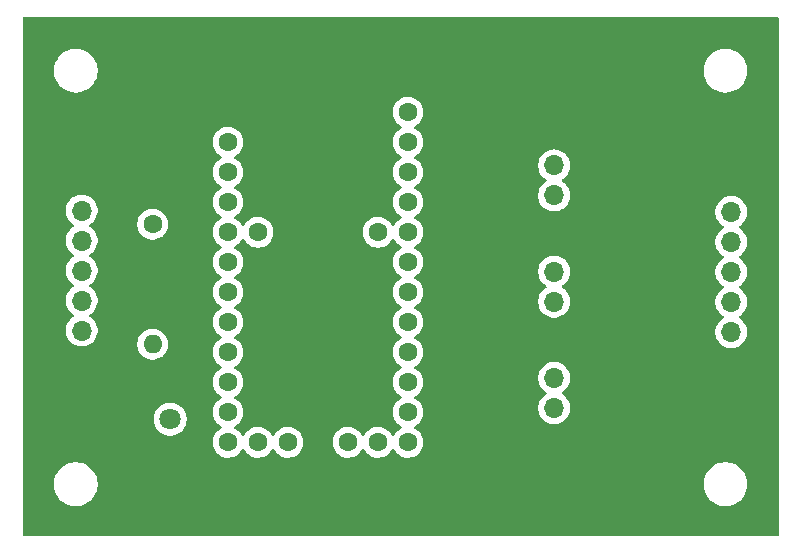
<source format=gbr>
%TF.GenerationSoftware,KiCad,Pcbnew,9.0.1*%
%TF.CreationDate,2025-04-01T19:12:10+10:00*%
%TF.ProjectId,payload_controlboard,7061796c-6f61-4645-9f63-6f6e74726f6c,rev?*%
%TF.SameCoordinates,Original*%
%TF.FileFunction,Copper,L2,Bot*%
%TF.FilePolarity,Positive*%
%FSLAX46Y46*%
G04 Gerber Fmt 4.6, Leading zero omitted, Abs format (unit mm)*
G04 Created by KiCad (PCBNEW 9.0.1) date 2025-04-01 19:12:10*
%MOMM*%
%LPD*%
G01*
G04 APERTURE LIST*
%TA.AperFunction,ComponentPad*%
%ADD10R,1.700000X1.700000*%
%TD*%
%TA.AperFunction,ComponentPad*%
%ADD11O,1.700000X1.700000*%
%TD*%
%TA.AperFunction,ComponentPad*%
%ADD12R,1.800000X1.800000*%
%TD*%
%TA.AperFunction,ComponentPad*%
%ADD13C,1.800000*%
%TD*%
%TA.AperFunction,ComponentPad*%
%ADD14R,1.600000X1.600000*%
%TD*%
%TA.AperFunction,ComponentPad*%
%ADD15C,1.600000*%
%TD*%
%TA.AperFunction,ComponentPad*%
%ADD16O,1.600000X1.600000*%
%TD*%
%TA.AperFunction,ViaPad*%
%ADD17C,0.600000*%
%TD*%
G04 APERTURE END LIST*
D10*
%TO.P,J5,1,Pin_1*%
%TO.N,GND*%
X107500000Y-102540000D03*
D11*
%TO.P,J5,2,Pin_2*%
%TO.N,+5V*%
X107500000Y-100000000D03*
%TO.P,J5,3,Pin_3*%
%TO.N,/tracking_Sig*%
X107500000Y-97460000D03*
%TO.P,J5,4,Pin_4*%
%TO.N,/VBATT*%
X107500000Y-94920000D03*
%TO.P,J5,5,Pin_5*%
%TO.N,/slowZone_Sig*%
X107500000Y-92380000D03*
%TO.P,J5,6,Pin_6*%
%TO.N,+5V*%
X107500000Y-89840000D03*
%TO.P,J5,7,Pin_7*%
%TO.N,GND*%
X107500000Y-87300000D03*
%TD*%
D12*
%TO.P,POWER,1,K*%
%TO.N,GND*%
X112460000Y-107500000D03*
D13*
%TO.P,POWER,2,A*%
%TO.N,Net-(D1-A)*%
X115000000Y-107500000D03*
%TD*%
D10*
%TO.P,J2,1,Pin_1*%
%TO.N,GND*%
X147500000Y-92475000D03*
D11*
%TO.P,J2,2,Pin_2*%
%TO.N,/VBATT*%
X147500000Y-95015000D03*
%TO.P,J2,3,Pin_3*%
%TO.N,/ServoY_Sig*%
X147500000Y-97555000D03*
%TD*%
D10*
%TO.P,J1,1,Pin_1*%
%TO.N,GND*%
X147500000Y-101475000D03*
D11*
%TO.P,J1,2,Pin_2*%
%TO.N,/VBATT*%
X147500000Y-104015000D03*
%TO.P,J1,3,Pin_3*%
%TO.N,/ServoX_Sig*%
X147500000Y-106555000D03*
%TD*%
D14*
%TO.P,Teensy 2.0,1,GND*%
%TO.N,GND*%
X119880000Y-81530000D03*
D15*
%TO.P,Teensy 2.0,2,PB0_SS*%
%TO.N,unconnected-(U2-PB0_SS-Pad2)*%
X119880000Y-84070000D03*
%TO.P,Teensy 2.0,3,PB1_SCLK*%
%TO.N,unconnected-(U2-PB1_SCLK-Pad3)*%
X119880000Y-86610000D03*
%TO.P,Teensy 2.0,4,PB2_MOSI*%
%TO.N,unconnected-(U2-PB2_MOSI-Pad4)*%
X119880000Y-89150000D03*
%TO.P,Teensy 2.0,5,PB3_MISO*%
%TO.N,unconnected-(U2-PB3_MISO-Pad5)*%
X119880000Y-91690000D03*
%TO.P,Teensy 2.0,6,PB7_OC0A_OC1C_RTS*%
%TO.N,/slowZone_Sig*%
X119880000Y-94230000D03*
%TO.P,Teensy 2.0,7,PD0_INT0_SCL_OC0B*%
%TO.N,/tracking_Sig*%
X119880000Y-96770000D03*
%TO.P,Teensy 2.0,8,PD1_INT1_SDA*%
%TO.N,unconnected-(U2-PD1_INT1_SDA-Pad8)*%
X119880000Y-99310000D03*
%TO.P,Teensy 2.0,9,PD2_INT2_RXD1*%
%TO.N,unconnected-(U2-PD2_INT2_RXD1-Pad9)*%
X119880000Y-101850000D03*
%TO.P,Teensy 2.0,10,PD3_INT3_TXD1*%
%TO.N,unconnected-(U2-PD3_INT3_TXD1-Pad10)*%
X119880000Y-104390000D03*
%TO.P,Teensy 2.0,11,PC6_OC3A_OC4A*%
%TO.N,unconnected-(U2-PC6_OC3A_OC4A-Pad11)*%
X119880000Y-106930000D03*
%TO.P,Teensy 2.0,12,PC7_ICP3_OC4A*%
%TO.N,unconnected-(U2-PC7_ICP3_OC4A-Pad12)*%
X119880000Y-109470000D03*
%TO.P,Teensy 2.0,13,PD5_XCK1_CTS*%
%TO.N,unconnected-(U2-PD5_XCK1_CTS-Pad13)*%
X122420000Y-109470000D03*
%TO.P,Teensy 2.0,14,VCC*%
%TO.N,+5V*%
X124960000Y-109470000D03*
%TO.P,Teensy 2.0,15,GND*%
%TO.N,GND*%
X127500000Y-109470000D03*
%TO.P,Teensy 2.0,16,RST*%
%TO.N,Net-(U2-RST)*%
X130040000Y-109470000D03*
%TO.P,Teensy 2.0,17,PD4_ADC8_ICP1*%
%TO.N,unconnected-(U2-PD4_ADC8_ICP1-Pad17)*%
X132580000Y-109470000D03*
%TO.P,Teensy 2.0,18,PD6_ADC9_T1_OC4D_LED*%
%TO.N,unconnected-(U2-PD6_ADC9_T1_OC4D_LED-Pad18)*%
X135120000Y-109470000D03*
%TO.P,Teensy 2.0,19,PD7_ADC10_T0_OC4D*%
%TO.N,unconnected-(U2-PD7_ADC10_T0_OC4D-Pad19)*%
X135120000Y-106930000D03*
%TO.P,Teensy 2.0,20,PB4_ADC11*%
%TO.N,unconnected-(U2-PB4_ADC11-Pad20)*%
X135120000Y-104390000D03*
%TO.P,Teensy 2.0,21,PB5_ADC12_OC1A_OB4B*%
%TO.N,/ServoX_Sig*%
X135120000Y-101850000D03*
%TO.P,Teensy 2.0,22,PB6_ADC13_OC1B_OC4B*%
%TO.N,/ServoY_Sig*%
X135120000Y-99310000D03*
%TO.P,Teensy 2.0,23,PF7_ADC7*%
%TO.N,unconnected-(U2-PF7_ADC7-Pad23)*%
X135120000Y-96770000D03*
%TO.P,Teensy 2.0,24,PF6_ADC6*%
%TO.N,/Laser_EN*%
X135120000Y-94230000D03*
%TO.P,Teensy 2.0,25,PF5_ADC5*%
%TO.N,/S4*%
X135120000Y-91690000D03*
%TO.P,Teensy 2.0,26,PF4_ADC4*%
%TO.N,/S3*%
X135120000Y-89150000D03*
%TO.P,Teensy 2.0,27,PF1_ADC1*%
%TO.N,/S2*%
X135120000Y-86610000D03*
%TO.P,Teensy 2.0,28,PF0_ADC0*%
%TO.N,/S1*%
X135120000Y-84070000D03*
%TO.P,Teensy 2.0,29,VCC*%
%TO.N,+5V*%
X135120000Y-81530000D03*
%TO.P,Teensy 2.0,30,PE6_INT6_AIN0*%
%TO.N,unconnected-(U2-PE6_INT6_AIN0-Pad30)*%
X122420000Y-91690000D03*
%TO.P,Teensy 2.0,31,AREF*%
%TO.N,unconnected-(U2-AREF-Pad31)*%
X132580000Y-91690000D03*
%TD*%
D10*
%TO.P,J3,1,Pin_1*%
%TO.N,GND*%
X162500000Y-87420000D03*
D11*
%TO.P,J3,2,Pin_2*%
%TO.N,/S1*%
X162500000Y-89960000D03*
%TO.P,J3,3,Pin_3*%
%TO.N,/S2*%
X162500000Y-92500000D03*
%TO.P,J3,4,Pin_4*%
%TO.N,+5V*%
X162500000Y-95040000D03*
%TO.P,J3,5,Pin_5*%
%TO.N,/S3*%
X162500000Y-97580000D03*
%TO.P,J3,6,Pin_6*%
%TO.N,/S4*%
X162500000Y-100120000D03*
%TO.P,J3,7,Pin_7*%
%TO.N,GND*%
X162500000Y-102660000D03*
%TD*%
D10*
%TO.P,J4,1,Pin_1*%
%TO.N,GND*%
X147500000Y-83475000D03*
D11*
%TO.P,J4,2,Pin_2*%
%TO.N,unconnected-(J4-Pin_2-Pad2)*%
X147500000Y-86015000D03*
%TO.P,J4,3,Pin_3*%
%TO.N,/Laser_EN*%
X147500000Y-88555000D03*
%TD*%
D15*
%TO.P,100R,1*%
%TO.N,+5V*%
X113500000Y-91000000D03*
D16*
%TO.P,100R,2*%
%TO.N,Net-(D1-A)*%
X113500000Y-101160000D03*
%TD*%
D17*
%TO.N,GND*%
X149500000Y-115500000D03*
%TD*%
%TA.AperFunction,Conductor*%
%TO.N,GND*%
G36*
X166442539Y-73440185D02*
G01*
X166488294Y-73492989D01*
X166499500Y-73544500D01*
X166499500Y-117295500D01*
X166479815Y-117362539D01*
X166427011Y-117408294D01*
X166375500Y-117419500D01*
X102624500Y-117419500D01*
X102557461Y-117399815D01*
X102511706Y-117347011D01*
X102500500Y-117295500D01*
X102500500Y-112878711D01*
X105149500Y-112878711D01*
X105149500Y-113121288D01*
X105181161Y-113361785D01*
X105243947Y-113596104D01*
X105336773Y-113820205D01*
X105336776Y-113820212D01*
X105458064Y-114030289D01*
X105458066Y-114030292D01*
X105458067Y-114030293D01*
X105605733Y-114222736D01*
X105605739Y-114222743D01*
X105777256Y-114394260D01*
X105777262Y-114394265D01*
X105969711Y-114541936D01*
X106179788Y-114663224D01*
X106403900Y-114756054D01*
X106638211Y-114818838D01*
X106818586Y-114842584D01*
X106878711Y-114850500D01*
X106878712Y-114850500D01*
X107121289Y-114850500D01*
X107169388Y-114844167D01*
X107361789Y-114818838D01*
X107596100Y-114756054D01*
X107820212Y-114663224D01*
X108030289Y-114541936D01*
X108222738Y-114394265D01*
X108394265Y-114222738D01*
X108541936Y-114030289D01*
X108663224Y-113820212D01*
X108756054Y-113596100D01*
X108818838Y-113361789D01*
X108850500Y-113121288D01*
X108850500Y-112878712D01*
X108850500Y-112878711D01*
X160149500Y-112878711D01*
X160149500Y-113121288D01*
X160181161Y-113361785D01*
X160243947Y-113596104D01*
X160336773Y-113820205D01*
X160336776Y-113820212D01*
X160458064Y-114030289D01*
X160458066Y-114030292D01*
X160458067Y-114030293D01*
X160605733Y-114222736D01*
X160605739Y-114222743D01*
X160777256Y-114394260D01*
X160777262Y-114394265D01*
X160969711Y-114541936D01*
X161179788Y-114663224D01*
X161403900Y-114756054D01*
X161638211Y-114818838D01*
X161818586Y-114842584D01*
X161878711Y-114850500D01*
X161878712Y-114850500D01*
X162121289Y-114850500D01*
X162169388Y-114844167D01*
X162361789Y-114818838D01*
X162596100Y-114756054D01*
X162820212Y-114663224D01*
X163030289Y-114541936D01*
X163222738Y-114394265D01*
X163394265Y-114222738D01*
X163541936Y-114030289D01*
X163663224Y-113820212D01*
X163756054Y-113596100D01*
X163818838Y-113361789D01*
X163850500Y-113121288D01*
X163850500Y-112878712D01*
X163818838Y-112638211D01*
X163756054Y-112403900D01*
X163663224Y-112179788D01*
X163541936Y-111969711D01*
X163394265Y-111777262D01*
X163394260Y-111777256D01*
X163222743Y-111605739D01*
X163222736Y-111605733D01*
X163030293Y-111458067D01*
X163030292Y-111458066D01*
X163030289Y-111458064D01*
X162820212Y-111336776D01*
X162820205Y-111336773D01*
X162596104Y-111243947D01*
X162361785Y-111181161D01*
X162121289Y-111149500D01*
X162121288Y-111149500D01*
X161878712Y-111149500D01*
X161878711Y-111149500D01*
X161638214Y-111181161D01*
X161403895Y-111243947D01*
X161179794Y-111336773D01*
X161179785Y-111336777D01*
X160969706Y-111458067D01*
X160777263Y-111605733D01*
X160777256Y-111605739D01*
X160605739Y-111777256D01*
X160605733Y-111777263D01*
X160458067Y-111969706D01*
X160336777Y-112179785D01*
X160336773Y-112179794D01*
X160243947Y-112403895D01*
X160181161Y-112638214D01*
X160149500Y-112878711D01*
X108850500Y-112878711D01*
X108818838Y-112638211D01*
X108756054Y-112403900D01*
X108663224Y-112179788D01*
X108541936Y-111969711D01*
X108394265Y-111777262D01*
X108394260Y-111777256D01*
X108222743Y-111605739D01*
X108222736Y-111605733D01*
X108030293Y-111458067D01*
X108030292Y-111458066D01*
X108030289Y-111458064D01*
X107820212Y-111336776D01*
X107820205Y-111336773D01*
X107596104Y-111243947D01*
X107361785Y-111181161D01*
X107121289Y-111149500D01*
X107121288Y-111149500D01*
X106878712Y-111149500D01*
X106878711Y-111149500D01*
X106638214Y-111181161D01*
X106403895Y-111243947D01*
X106179794Y-111336773D01*
X106179785Y-111336777D01*
X105969706Y-111458067D01*
X105777263Y-111605733D01*
X105777256Y-111605739D01*
X105605739Y-111777256D01*
X105605733Y-111777263D01*
X105458067Y-111969706D01*
X105336777Y-112179785D01*
X105336773Y-112179794D01*
X105243947Y-112403895D01*
X105181161Y-112638214D01*
X105149500Y-112878711D01*
X102500500Y-112878711D01*
X102500500Y-107389778D01*
X113599500Y-107389778D01*
X113599500Y-107610221D01*
X113633985Y-107827952D01*
X113702103Y-108037603D01*
X113702104Y-108037606D01*
X113802187Y-108234025D01*
X113931752Y-108412358D01*
X113931756Y-108412363D01*
X114087636Y-108568243D01*
X114087641Y-108568247D01*
X114243192Y-108681260D01*
X114265978Y-108697815D01*
X114394375Y-108763237D01*
X114462393Y-108797895D01*
X114462396Y-108797896D01*
X114567221Y-108831955D01*
X114672049Y-108866015D01*
X114889778Y-108900500D01*
X114889779Y-108900500D01*
X115110221Y-108900500D01*
X115110222Y-108900500D01*
X115327951Y-108866015D01*
X115537606Y-108797895D01*
X115734022Y-108697815D01*
X115912365Y-108568242D01*
X116068242Y-108412365D01*
X116197815Y-108234022D01*
X116297895Y-108037606D01*
X116366015Y-107827951D01*
X116400500Y-107610222D01*
X116400500Y-107389778D01*
X116366015Y-107172049D01*
X116331955Y-107067221D01*
X116297896Y-106962396D01*
X116297895Y-106962393D01*
X116251449Y-106871239D01*
X116197815Y-106765978D01*
X116121753Y-106661287D01*
X116068247Y-106587641D01*
X116068243Y-106587636D01*
X115912363Y-106431756D01*
X115912358Y-106431752D01*
X115734025Y-106302187D01*
X115734024Y-106302186D01*
X115734022Y-106302185D01*
X115671096Y-106270122D01*
X115537606Y-106202104D01*
X115537603Y-106202103D01*
X115327952Y-106133985D01*
X115219086Y-106116742D01*
X115110222Y-106099500D01*
X114889778Y-106099500D01*
X114817201Y-106110995D01*
X114672047Y-106133985D01*
X114462396Y-106202103D01*
X114462393Y-106202104D01*
X114265974Y-106302187D01*
X114087641Y-106431752D01*
X114087636Y-106431756D01*
X113931756Y-106587636D01*
X113931752Y-106587641D01*
X113802187Y-106765974D01*
X113702104Y-106962393D01*
X113702103Y-106962396D01*
X113633985Y-107172047D01*
X113599500Y-107389778D01*
X102500500Y-107389778D01*
X102500500Y-89733713D01*
X106149500Y-89733713D01*
X106149500Y-89946286D01*
X106182205Y-90152781D01*
X106182754Y-90156243D01*
X106248143Y-90357490D01*
X106248444Y-90358414D01*
X106344951Y-90547820D01*
X106469890Y-90719786D01*
X106620213Y-90870109D01*
X106792182Y-90995050D01*
X106800946Y-90999516D01*
X106851742Y-91047491D01*
X106868536Y-91115312D01*
X106845998Y-91181447D01*
X106800946Y-91220484D01*
X106792182Y-91224949D01*
X106620213Y-91349890D01*
X106469890Y-91500213D01*
X106344951Y-91672179D01*
X106248444Y-91861585D01*
X106182753Y-92063760D01*
X106149500Y-92273713D01*
X106149500Y-92486286D01*
X106180493Y-92681971D01*
X106182754Y-92696243D01*
X106248143Y-92897490D01*
X106248444Y-92898414D01*
X106344951Y-93087820D01*
X106469890Y-93259786D01*
X106620213Y-93410109D01*
X106792182Y-93535050D01*
X106800946Y-93539516D01*
X106851742Y-93587491D01*
X106868536Y-93655312D01*
X106845998Y-93721447D01*
X106800946Y-93760484D01*
X106792182Y-93764949D01*
X106620213Y-93889890D01*
X106469890Y-94040213D01*
X106344951Y-94212179D01*
X106248444Y-94401585D01*
X106182753Y-94603760D01*
X106149500Y-94813713D01*
X106149500Y-95026286D01*
X106180493Y-95221971D01*
X106182754Y-95236243D01*
X106248143Y-95437490D01*
X106248444Y-95438414D01*
X106344951Y-95627820D01*
X106469890Y-95799786D01*
X106620213Y-95950109D01*
X106792182Y-96075050D01*
X106800946Y-96079516D01*
X106851742Y-96127491D01*
X106868536Y-96195312D01*
X106845998Y-96261447D01*
X106800946Y-96300484D01*
X106792182Y-96304949D01*
X106620213Y-96429890D01*
X106469890Y-96580213D01*
X106344951Y-96752179D01*
X106248444Y-96941585D01*
X106182753Y-97143760D01*
X106149500Y-97353713D01*
X106149500Y-97566286D01*
X106180493Y-97761971D01*
X106182754Y-97776243D01*
X106248143Y-97977490D01*
X106248444Y-97978414D01*
X106344951Y-98167820D01*
X106469890Y-98339786D01*
X106620213Y-98490109D01*
X106792182Y-98615050D01*
X106800946Y-98619516D01*
X106851742Y-98667491D01*
X106868536Y-98735312D01*
X106845998Y-98801447D01*
X106800946Y-98840484D01*
X106792182Y-98844949D01*
X106620213Y-98969890D01*
X106469890Y-99120213D01*
X106344951Y-99292179D01*
X106248444Y-99481585D01*
X106182753Y-99683760D01*
X106149500Y-99893713D01*
X106149500Y-100106286D01*
X106182205Y-100312781D01*
X106182754Y-100316243D01*
X106248143Y-100517490D01*
X106248444Y-100518414D01*
X106344951Y-100707820D01*
X106469890Y-100879786D01*
X106620213Y-101030109D01*
X106792179Y-101155048D01*
X106792181Y-101155049D01*
X106792184Y-101155051D01*
X106981588Y-101251557D01*
X107183757Y-101317246D01*
X107393713Y-101350500D01*
X107393714Y-101350500D01*
X107606286Y-101350500D01*
X107606287Y-101350500D01*
X107816243Y-101317246D01*
X108018412Y-101251557D01*
X108207816Y-101155051D01*
X108341881Y-101057648D01*
X112199500Y-101057648D01*
X112199500Y-101262351D01*
X112231522Y-101464534D01*
X112294781Y-101659223D01*
X112387715Y-101841613D01*
X112508028Y-102007213D01*
X112652786Y-102151971D01*
X112807749Y-102264556D01*
X112818390Y-102272287D01*
X112934607Y-102331503D01*
X113000776Y-102365218D01*
X113000778Y-102365218D01*
X113000781Y-102365220D01*
X113105137Y-102399127D01*
X113195465Y-102428477D01*
X113296557Y-102444488D01*
X113397648Y-102460500D01*
X113397649Y-102460500D01*
X113602351Y-102460500D01*
X113602352Y-102460500D01*
X113804534Y-102428477D01*
X113999219Y-102365220D01*
X114181610Y-102272287D01*
X114274590Y-102204732D01*
X114347213Y-102151971D01*
X114347215Y-102151968D01*
X114347219Y-102151966D01*
X114491966Y-102007219D01*
X114491968Y-102007215D01*
X114491971Y-102007213D01*
X114544732Y-101934590D01*
X114612287Y-101841610D01*
X114705220Y-101659219D01*
X114768477Y-101464534D01*
X114800500Y-101262352D01*
X114800500Y-101057648D01*
X114768477Y-100855466D01*
X114705220Y-100660781D01*
X114705218Y-100660778D01*
X114705218Y-100660776D01*
X114632209Y-100517490D01*
X114612287Y-100478390D01*
X114581663Y-100436239D01*
X114491971Y-100312786D01*
X114347213Y-100168028D01*
X114181613Y-100047715D01*
X114181612Y-100047714D01*
X114181610Y-100047713D01*
X114124653Y-100018691D01*
X113999223Y-99954781D01*
X113804534Y-99891522D01*
X113629995Y-99863878D01*
X113602352Y-99859500D01*
X113397648Y-99859500D01*
X113373329Y-99863351D01*
X113195465Y-99891522D01*
X113000776Y-99954781D01*
X112818386Y-100047715D01*
X112652786Y-100168028D01*
X112508028Y-100312786D01*
X112387715Y-100478386D01*
X112294781Y-100660776D01*
X112231522Y-100855465D01*
X112199500Y-101057648D01*
X108341881Y-101057648D01*
X108379786Y-101030109D01*
X108379788Y-101030106D01*
X108379792Y-101030104D01*
X108530104Y-100879792D01*
X108530106Y-100879788D01*
X108530109Y-100879786D01*
X108655048Y-100707820D01*
X108655047Y-100707820D01*
X108655051Y-100707816D01*
X108751557Y-100518412D01*
X108817246Y-100316243D01*
X108850500Y-100106287D01*
X108850500Y-99893713D01*
X108817246Y-99683757D01*
X108751557Y-99481588D01*
X108655051Y-99292184D01*
X108655049Y-99292181D01*
X108655048Y-99292179D01*
X108530109Y-99120213D01*
X108379786Y-98969890D01*
X108207820Y-98844951D01*
X108207115Y-98844591D01*
X108199054Y-98840485D01*
X108148259Y-98792512D01*
X108131463Y-98724692D01*
X108153999Y-98658556D01*
X108199054Y-98619515D01*
X108207816Y-98615051D01*
X108249035Y-98585104D01*
X108379786Y-98490109D01*
X108379788Y-98490106D01*
X108379792Y-98490104D01*
X108530104Y-98339792D01*
X108530106Y-98339788D01*
X108530109Y-98339786D01*
X108655048Y-98167820D01*
X108655047Y-98167820D01*
X108655051Y-98167816D01*
X108751557Y-97978412D01*
X108817246Y-97776243D01*
X108850500Y-97566287D01*
X108850500Y-97353713D01*
X108817246Y-97143757D01*
X108751557Y-96941588D01*
X108655051Y-96752184D01*
X108655049Y-96752181D01*
X108655048Y-96752179D01*
X108530109Y-96580213D01*
X108379786Y-96429890D01*
X108207820Y-96304951D01*
X108204860Y-96303443D01*
X108199054Y-96300485D01*
X108148259Y-96252512D01*
X108131463Y-96184692D01*
X108153999Y-96118556D01*
X108199054Y-96079515D01*
X108207816Y-96075051D01*
X108249035Y-96045104D01*
X108379786Y-95950109D01*
X108379788Y-95950106D01*
X108379792Y-95950104D01*
X108530104Y-95799792D01*
X108530106Y-95799788D01*
X108530109Y-95799786D01*
X108655048Y-95627820D01*
X108655047Y-95627820D01*
X108655051Y-95627816D01*
X108751557Y-95438412D01*
X108817246Y-95236243D01*
X108850500Y-95026287D01*
X108850500Y-94813713D01*
X108817246Y-94603757D01*
X108751557Y-94401588D01*
X108655051Y-94212184D01*
X108655049Y-94212181D01*
X108655048Y-94212179D01*
X108530109Y-94040213D01*
X108379786Y-93889890D01*
X108207820Y-93764951D01*
X108204860Y-93763443D01*
X108199054Y-93760485D01*
X108148259Y-93712512D01*
X108131463Y-93644692D01*
X108153999Y-93578556D01*
X108199054Y-93539515D01*
X108207816Y-93535051D01*
X108229789Y-93519086D01*
X108379786Y-93410109D01*
X108379788Y-93410106D01*
X108379792Y-93410104D01*
X108530104Y-93259792D01*
X108530106Y-93259788D01*
X108530109Y-93259786D01*
X108655048Y-93087820D01*
X108655047Y-93087820D01*
X108655051Y-93087816D01*
X108751557Y-92898412D01*
X108817246Y-92696243D01*
X108850500Y-92486287D01*
X108850500Y-92273713D01*
X108817246Y-92063757D01*
X108751557Y-91861588D01*
X108655051Y-91672184D01*
X108655049Y-91672181D01*
X108655048Y-91672179D01*
X108530109Y-91500213D01*
X108379786Y-91349890D01*
X108207820Y-91224951D01*
X108207115Y-91224591D01*
X108199054Y-91220485D01*
X108148259Y-91172512D01*
X108131463Y-91104692D01*
X108153999Y-91038556D01*
X108199054Y-90999515D01*
X108207816Y-90995051D01*
X108341881Y-90897648D01*
X112199500Y-90897648D01*
X112199500Y-91102351D01*
X112231522Y-91304534D01*
X112294781Y-91499223D01*
X112339837Y-91587648D01*
X112382910Y-91672184D01*
X112387715Y-91681613D01*
X112508028Y-91847213D01*
X112652786Y-91991971D01*
X112807749Y-92104556D01*
X112818390Y-92112287D01*
X112934607Y-92171503D01*
X113000776Y-92205218D01*
X113000778Y-92205218D01*
X113000781Y-92205220D01*
X113088941Y-92233865D01*
X113195465Y-92268477D01*
X113228524Y-92273713D01*
X113397648Y-92300500D01*
X113397649Y-92300500D01*
X113602351Y-92300500D01*
X113602352Y-92300500D01*
X113804534Y-92268477D01*
X113999219Y-92205220D01*
X114181610Y-92112287D01*
X114274590Y-92044732D01*
X114347213Y-91991971D01*
X114347215Y-91991968D01*
X114347219Y-91991966D01*
X114491966Y-91847219D01*
X114491968Y-91847215D01*
X114491971Y-91847213D01*
X114544732Y-91774590D01*
X114612287Y-91681610D01*
X114705220Y-91499219D01*
X114768477Y-91304534D01*
X114800500Y-91102352D01*
X114800500Y-90897648D01*
X114768477Y-90695466D01*
X114705220Y-90500781D01*
X114705218Y-90500778D01*
X114705218Y-90500776D01*
X114632209Y-90357490D01*
X114612287Y-90318390D01*
X114581663Y-90276239D01*
X114491971Y-90152786D01*
X114347213Y-90008028D01*
X114181613Y-89887715D01*
X114181612Y-89887714D01*
X114181610Y-89887713D01*
X114124653Y-89858691D01*
X113999223Y-89794781D01*
X113804534Y-89731522D01*
X113629995Y-89703878D01*
X113602352Y-89699500D01*
X113397648Y-89699500D01*
X113373329Y-89703351D01*
X113195465Y-89731522D01*
X113000776Y-89794781D01*
X112818386Y-89887715D01*
X112652786Y-90008028D01*
X112508028Y-90152786D01*
X112387715Y-90318386D01*
X112294781Y-90500776D01*
X112231522Y-90695465D01*
X112199500Y-90897648D01*
X108341881Y-90897648D01*
X108379786Y-90870109D01*
X108379788Y-90870106D01*
X108379792Y-90870104D01*
X108530104Y-90719792D01*
X108530106Y-90719788D01*
X108530109Y-90719786D01*
X108655048Y-90547820D01*
X108655047Y-90547820D01*
X108655051Y-90547816D01*
X108751557Y-90358412D01*
X108817246Y-90156243D01*
X108850500Y-89946287D01*
X108850500Y-89733713D01*
X108817246Y-89523757D01*
X108751557Y-89321588D01*
X108655051Y-89132184D01*
X108655049Y-89132181D01*
X108655048Y-89132179D01*
X108530109Y-88960213D01*
X108379786Y-88809890D01*
X108207820Y-88684951D01*
X108018414Y-88588444D01*
X108018413Y-88588443D01*
X108018412Y-88588443D01*
X107816243Y-88522754D01*
X107816241Y-88522753D01*
X107816240Y-88522753D01*
X107654957Y-88497208D01*
X107606287Y-88489500D01*
X107393713Y-88489500D01*
X107345042Y-88497208D01*
X107183760Y-88522753D01*
X106981585Y-88588444D01*
X106792179Y-88684951D01*
X106620213Y-88809890D01*
X106469890Y-88960213D01*
X106344951Y-89132179D01*
X106248444Y-89321585D01*
X106182753Y-89523760D01*
X106149500Y-89733713D01*
X102500500Y-89733713D01*
X102500500Y-83967648D01*
X118579500Y-83967648D01*
X118579500Y-84172351D01*
X118611522Y-84374534D01*
X118674781Y-84569223D01*
X118767715Y-84751613D01*
X118888028Y-84917213D01*
X119032786Y-85061971D01*
X119187749Y-85174556D01*
X119198390Y-85182287D01*
X119289840Y-85228883D01*
X119291080Y-85229515D01*
X119341876Y-85277490D01*
X119358671Y-85345311D01*
X119336134Y-85411446D01*
X119291080Y-85450485D01*
X119198386Y-85497715D01*
X119032786Y-85618028D01*
X118888028Y-85762786D01*
X118767715Y-85928386D01*
X118674781Y-86110776D01*
X118611522Y-86305465D01*
X118579500Y-86507648D01*
X118579500Y-86712351D01*
X118611522Y-86914534D01*
X118674781Y-87109223D01*
X118727942Y-87213556D01*
X118761640Y-87279692D01*
X118767715Y-87291613D01*
X118888028Y-87457213D01*
X119032786Y-87601971D01*
X119187749Y-87714556D01*
X119198390Y-87722287D01*
X119289840Y-87768883D01*
X119291080Y-87769515D01*
X119341876Y-87817490D01*
X119358671Y-87885311D01*
X119336134Y-87951446D01*
X119291080Y-87990485D01*
X119198386Y-88037715D01*
X119032786Y-88158028D01*
X118888028Y-88302786D01*
X118767715Y-88468386D01*
X118674781Y-88650776D01*
X118611522Y-88845465D01*
X118579500Y-89047648D01*
X118579500Y-89252351D01*
X118611522Y-89454534D01*
X118674781Y-89649223D01*
X118767715Y-89831613D01*
X118888028Y-89997213D01*
X119032786Y-90141971D01*
X119187749Y-90254556D01*
X119198390Y-90262287D01*
X119289840Y-90308883D01*
X119291080Y-90309515D01*
X119341876Y-90357490D01*
X119358671Y-90425311D01*
X119336134Y-90491446D01*
X119291080Y-90530485D01*
X119198386Y-90577715D01*
X119032786Y-90698028D01*
X118888028Y-90842786D01*
X118767715Y-91008386D01*
X118674781Y-91190776D01*
X118611522Y-91385465D01*
X118579500Y-91587648D01*
X118579500Y-91792351D01*
X118611522Y-91994534D01*
X118674781Y-92189223D01*
X118767715Y-92371613D01*
X118888028Y-92537213D01*
X119032786Y-92681971D01*
X119187749Y-92794556D01*
X119198390Y-92802287D01*
X119289840Y-92848883D01*
X119291080Y-92849515D01*
X119341876Y-92897490D01*
X119358671Y-92965311D01*
X119336134Y-93031446D01*
X119291080Y-93070485D01*
X119198386Y-93117715D01*
X119032786Y-93238028D01*
X118888028Y-93382786D01*
X118767715Y-93548386D01*
X118674781Y-93730776D01*
X118611522Y-93925465D01*
X118579500Y-94127648D01*
X118579500Y-94332351D01*
X118611522Y-94534534D01*
X118674781Y-94729223D01*
X118767715Y-94911613D01*
X118888028Y-95077213D01*
X119032786Y-95221971D01*
X119183184Y-95331239D01*
X119198390Y-95342287D01*
X119289840Y-95388883D01*
X119291080Y-95389515D01*
X119341876Y-95437490D01*
X119358671Y-95505311D01*
X119336134Y-95571446D01*
X119291080Y-95610485D01*
X119198386Y-95657715D01*
X119032786Y-95778028D01*
X118888028Y-95922786D01*
X118767715Y-96088386D01*
X118674781Y-96270776D01*
X118611522Y-96465465D01*
X118579500Y-96667648D01*
X118579500Y-96872351D01*
X118611522Y-97074534D01*
X118674781Y-97269223D01*
X118767715Y-97451613D01*
X118888028Y-97617213D01*
X119032786Y-97761971D01*
X119183184Y-97871239D01*
X119198390Y-97882287D01*
X119289840Y-97928883D01*
X119291080Y-97929515D01*
X119341876Y-97977490D01*
X119358671Y-98045311D01*
X119336134Y-98111446D01*
X119291080Y-98150485D01*
X119198386Y-98197715D01*
X119032786Y-98318028D01*
X118888028Y-98462786D01*
X118767715Y-98628386D01*
X118674781Y-98810776D01*
X118611522Y-99005465D01*
X118579500Y-99207648D01*
X118579500Y-99412351D01*
X118611522Y-99614534D01*
X118674781Y-99809223D01*
X118767715Y-99991613D01*
X118888028Y-100157213D01*
X119032786Y-100301971D01*
X119187749Y-100414556D01*
X119198390Y-100422287D01*
X119289840Y-100468883D01*
X119291080Y-100469515D01*
X119341876Y-100517490D01*
X119358671Y-100585311D01*
X119336134Y-100651446D01*
X119291080Y-100690485D01*
X119198386Y-100737715D01*
X119032786Y-100858028D01*
X118888028Y-101002786D01*
X118767715Y-101168386D01*
X118674781Y-101350776D01*
X118611522Y-101545465D01*
X118579500Y-101747648D01*
X118579500Y-101952351D01*
X118611522Y-102154534D01*
X118674781Y-102349223D01*
X118767715Y-102531613D01*
X118888028Y-102697213D01*
X119032786Y-102841971D01*
X119187749Y-102954556D01*
X119198390Y-102962287D01*
X119289840Y-103008883D01*
X119291080Y-103009515D01*
X119341876Y-103057490D01*
X119358671Y-103125311D01*
X119336134Y-103191446D01*
X119291080Y-103230485D01*
X119198386Y-103277715D01*
X119032786Y-103398028D01*
X118888028Y-103542786D01*
X118767715Y-103708386D01*
X118674781Y-103890776D01*
X118611522Y-104085465D01*
X118579500Y-104287648D01*
X118579500Y-104492351D01*
X118611522Y-104694534D01*
X118674781Y-104889223D01*
X118738691Y-105014653D01*
X118754207Y-105045104D01*
X118767715Y-105071613D01*
X118888028Y-105237213D01*
X119032786Y-105381971D01*
X119187749Y-105494556D01*
X119198390Y-105502287D01*
X119289840Y-105548883D01*
X119291080Y-105549515D01*
X119341876Y-105597490D01*
X119358671Y-105665311D01*
X119336134Y-105731446D01*
X119291080Y-105770485D01*
X119198386Y-105817715D01*
X119032786Y-105938028D01*
X118888028Y-106082786D01*
X118767715Y-106248386D01*
X118674781Y-106430776D01*
X118611522Y-106625465D01*
X118579500Y-106827648D01*
X118579500Y-107032351D01*
X118611522Y-107234534D01*
X118674781Y-107429223D01*
X118738691Y-107554653D01*
X118767005Y-107610221D01*
X118767715Y-107611613D01*
X118888028Y-107777213D01*
X119032786Y-107921971D01*
X119187749Y-108034556D01*
X119198390Y-108042287D01*
X119289840Y-108088883D01*
X119291080Y-108089515D01*
X119341876Y-108137490D01*
X119358671Y-108205311D01*
X119336134Y-108271446D01*
X119291080Y-108310485D01*
X119198386Y-108357715D01*
X119032786Y-108478028D01*
X118888028Y-108622786D01*
X118767715Y-108788386D01*
X118674781Y-108970776D01*
X118611522Y-109165465D01*
X118579500Y-109367648D01*
X118579500Y-109572351D01*
X118611522Y-109774534D01*
X118674781Y-109969223D01*
X118767715Y-110151613D01*
X118888028Y-110317213D01*
X119032786Y-110461971D01*
X119187749Y-110574556D01*
X119198390Y-110582287D01*
X119314607Y-110641503D01*
X119380776Y-110675218D01*
X119380778Y-110675218D01*
X119380781Y-110675220D01*
X119485137Y-110709127D01*
X119575465Y-110738477D01*
X119676557Y-110754488D01*
X119777648Y-110770500D01*
X119777649Y-110770500D01*
X119982351Y-110770500D01*
X119982352Y-110770500D01*
X120184534Y-110738477D01*
X120379219Y-110675220D01*
X120561610Y-110582287D01*
X120654590Y-110514732D01*
X120727213Y-110461971D01*
X120727215Y-110461968D01*
X120727219Y-110461966D01*
X120871966Y-110317219D01*
X120871968Y-110317215D01*
X120871971Y-110317213D01*
X120992284Y-110151614D01*
X120992285Y-110151613D01*
X120992287Y-110151610D01*
X121039516Y-110058917D01*
X121087489Y-110008123D01*
X121155310Y-109991328D01*
X121221445Y-110013865D01*
X121260485Y-110058919D01*
X121307715Y-110151614D01*
X121428028Y-110317213D01*
X121572786Y-110461971D01*
X121727749Y-110574556D01*
X121738390Y-110582287D01*
X121854607Y-110641503D01*
X121920776Y-110675218D01*
X121920778Y-110675218D01*
X121920781Y-110675220D01*
X122025137Y-110709127D01*
X122115465Y-110738477D01*
X122216557Y-110754488D01*
X122317648Y-110770500D01*
X122317649Y-110770500D01*
X122522351Y-110770500D01*
X122522352Y-110770500D01*
X122724534Y-110738477D01*
X122919219Y-110675220D01*
X123101610Y-110582287D01*
X123194590Y-110514732D01*
X123267213Y-110461971D01*
X123267215Y-110461968D01*
X123267219Y-110461966D01*
X123411966Y-110317219D01*
X123411968Y-110317215D01*
X123411971Y-110317213D01*
X123532284Y-110151614D01*
X123532285Y-110151613D01*
X123532287Y-110151610D01*
X123579516Y-110058917D01*
X123627489Y-110008123D01*
X123695310Y-109991328D01*
X123761445Y-110013865D01*
X123800485Y-110058919D01*
X123847715Y-110151614D01*
X123968028Y-110317213D01*
X124112786Y-110461971D01*
X124267749Y-110574556D01*
X124278390Y-110582287D01*
X124394607Y-110641503D01*
X124460776Y-110675218D01*
X124460778Y-110675218D01*
X124460781Y-110675220D01*
X124565137Y-110709127D01*
X124655465Y-110738477D01*
X124756557Y-110754488D01*
X124857648Y-110770500D01*
X124857649Y-110770500D01*
X125062351Y-110770500D01*
X125062352Y-110770500D01*
X125264534Y-110738477D01*
X125459219Y-110675220D01*
X125641610Y-110582287D01*
X125734590Y-110514732D01*
X125807213Y-110461971D01*
X125807215Y-110461968D01*
X125807219Y-110461966D01*
X125951966Y-110317219D01*
X125951968Y-110317215D01*
X125951971Y-110317213D01*
X126004732Y-110244590D01*
X126072287Y-110151610D01*
X126165220Y-109969219D01*
X126228477Y-109774534D01*
X126260500Y-109572352D01*
X126260500Y-109367648D01*
X128739500Y-109367648D01*
X128739500Y-109572351D01*
X128771522Y-109774534D01*
X128834781Y-109969223D01*
X128927715Y-110151613D01*
X129048028Y-110317213D01*
X129192786Y-110461971D01*
X129347749Y-110574556D01*
X129358390Y-110582287D01*
X129474607Y-110641503D01*
X129540776Y-110675218D01*
X129540778Y-110675218D01*
X129540781Y-110675220D01*
X129645137Y-110709127D01*
X129735465Y-110738477D01*
X129836557Y-110754488D01*
X129937648Y-110770500D01*
X129937649Y-110770500D01*
X130142351Y-110770500D01*
X130142352Y-110770500D01*
X130344534Y-110738477D01*
X130539219Y-110675220D01*
X130721610Y-110582287D01*
X130814590Y-110514732D01*
X130887213Y-110461971D01*
X130887215Y-110461968D01*
X130887219Y-110461966D01*
X131031966Y-110317219D01*
X131031968Y-110317215D01*
X131031971Y-110317213D01*
X131152284Y-110151614D01*
X131152285Y-110151613D01*
X131152287Y-110151610D01*
X131199516Y-110058917D01*
X131247489Y-110008123D01*
X131315310Y-109991328D01*
X131381445Y-110013865D01*
X131420485Y-110058919D01*
X131467715Y-110151614D01*
X131588028Y-110317213D01*
X131732786Y-110461971D01*
X131887749Y-110574556D01*
X131898390Y-110582287D01*
X132014607Y-110641503D01*
X132080776Y-110675218D01*
X132080778Y-110675218D01*
X132080781Y-110675220D01*
X132185137Y-110709127D01*
X132275465Y-110738477D01*
X132376557Y-110754488D01*
X132477648Y-110770500D01*
X132477649Y-110770500D01*
X132682351Y-110770500D01*
X132682352Y-110770500D01*
X132884534Y-110738477D01*
X133079219Y-110675220D01*
X133261610Y-110582287D01*
X133354590Y-110514732D01*
X133427213Y-110461971D01*
X133427215Y-110461968D01*
X133427219Y-110461966D01*
X133571966Y-110317219D01*
X133571968Y-110317215D01*
X133571971Y-110317213D01*
X133692284Y-110151614D01*
X133692285Y-110151613D01*
X133692287Y-110151610D01*
X133739516Y-110058917D01*
X133787489Y-110008123D01*
X133855310Y-109991328D01*
X133921445Y-110013865D01*
X133960485Y-110058919D01*
X134007715Y-110151614D01*
X134128028Y-110317213D01*
X134272786Y-110461971D01*
X134427749Y-110574556D01*
X134438390Y-110582287D01*
X134554607Y-110641503D01*
X134620776Y-110675218D01*
X134620778Y-110675218D01*
X134620781Y-110675220D01*
X134725137Y-110709127D01*
X134815465Y-110738477D01*
X134916557Y-110754488D01*
X135017648Y-110770500D01*
X135017649Y-110770500D01*
X135222351Y-110770500D01*
X135222352Y-110770500D01*
X135424534Y-110738477D01*
X135619219Y-110675220D01*
X135801610Y-110582287D01*
X135894590Y-110514732D01*
X135967213Y-110461971D01*
X135967215Y-110461968D01*
X135967219Y-110461966D01*
X136111966Y-110317219D01*
X136111968Y-110317215D01*
X136111971Y-110317213D01*
X136164732Y-110244590D01*
X136232287Y-110151610D01*
X136325220Y-109969219D01*
X136388477Y-109774534D01*
X136420500Y-109572352D01*
X136420500Y-109367648D01*
X136388477Y-109165466D01*
X136325220Y-108970781D01*
X136325218Y-108970778D01*
X136325218Y-108970776D01*
X136271838Y-108866014D01*
X136232287Y-108788390D01*
X136224556Y-108777749D01*
X136111971Y-108622786D01*
X135967213Y-108478028D01*
X135801614Y-108357715D01*
X135795006Y-108354348D01*
X135708917Y-108310483D01*
X135658123Y-108262511D01*
X135641328Y-108194690D01*
X135663865Y-108128555D01*
X135708917Y-108089516D01*
X135801610Y-108042287D01*
X135822770Y-108026913D01*
X135967213Y-107921971D01*
X135967215Y-107921968D01*
X135967219Y-107921966D01*
X136111966Y-107777219D01*
X136111968Y-107777215D01*
X136111971Y-107777213D01*
X136164732Y-107704590D01*
X136232287Y-107611610D01*
X136325220Y-107429219D01*
X136388477Y-107234534D01*
X136420500Y-107032352D01*
X136420500Y-106827648D01*
X136394151Y-106661287D01*
X136388477Y-106625465D01*
X136325537Y-106431758D01*
X136325220Y-106430781D01*
X136325218Y-106430778D01*
X136325218Y-106430776D01*
X136291503Y-106364607D01*
X136232287Y-106248390D01*
X136224556Y-106237749D01*
X136111971Y-106082786D01*
X135967213Y-105938028D01*
X135801614Y-105817715D01*
X135795006Y-105814348D01*
X135708917Y-105770483D01*
X135658123Y-105722511D01*
X135641328Y-105654690D01*
X135663865Y-105588555D01*
X135708917Y-105549516D01*
X135801610Y-105502287D01*
X135942465Y-105399951D01*
X135967213Y-105381971D01*
X135967215Y-105381968D01*
X135967219Y-105381966D01*
X136111966Y-105237219D01*
X136111968Y-105237215D01*
X136111971Y-105237213D01*
X136164732Y-105164590D01*
X136232287Y-105071610D01*
X136325220Y-104889219D01*
X136388477Y-104694534D01*
X136420500Y-104492352D01*
X136420500Y-104287648D01*
X136388477Y-104085466D01*
X136388476Y-104085462D01*
X136388476Y-104085461D01*
X136341914Y-103942159D01*
X136331046Y-103908713D01*
X146149500Y-103908713D01*
X146149500Y-104121287D01*
X146182754Y-104331243D01*
X146235101Y-104492351D01*
X146248444Y-104533414D01*
X146344951Y-104722820D01*
X146469890Y-104894786D01*
X146620213Y-105045109D01*
X146792182Y-105170050D01*
X146800946Y-105174516D01*
X146851742Y-105222491D01*
X146868536Y-105290312D01*
X146845998Y-105356447D01*
X146800946Y-105395484D01*
X146792182Y-105399949D01*
X146620213Y-105524890D01*
X146469890Y-105675213D01*
X146344951Y-105847179D01*
X146248444Y-106036585D01*
X146182753Y-106238760D01*
X146149500Y-106448713D01*
X146149500Y-106661286D01*
X146166081Y-106765978D01*
X146182754Y-106871243D01*
X146235101Y-107032351D01*
X146248444Y-107073414D01*
X146344951Y-107262820D01*
X146469890Y-107434786D01*
X146620213Y-107585109D01*
X146792179Y-107710048D01*
X146792181Y-107710049D01*
X146792184Y-107710051D01*
X146981588Y-107806557D01*
X147183757Y-107872246D01*
X147393713Y-107905500D01*
X147393714Y-107905500D01*
X147606286Y-107905500D01*
X147606287Y-107905500D01*
X147816243Y-107872246D01*
X148018412Y-107806557D01*
X148207816Y-107710051D01*
X148229789Y-107694086D01*
X148379786Y-107585109D01*
X148379788Y-107585106D01*
X148379792Y-107585104D01*
X148530104Y-107434792D01*
X148530106Y-107434788D01*
X148530109Y-107434786D01*
X148655048Y-107262820D01*
X148655047Y-107262820D01*
X148655051Y-107262816D01*
X148751557Y-107073412D01*
X148817246Y-106871243D01*
X148850500Y-106661287D01*
X148850500Y-106448713D01*
X148817246Y-106238757D01*
X148751557Y-106036588D01*
X148655051Y-105847184D01*
X148655049Y-105847181D01*
X148655048Y-105847179D01*
X148530109Y-105675213D01*
X148379786Y-105524890D01*
X148207820Y-105399951D01*
X148207115Y-105399591D01*
X148199054Y-105395485D01*
X148148259Y-105347512D01*
X148131463Y-105279692D01*
X148153999Y-105213556D01*
X148199054Y-105174515D01*
X148207816Y-105170051D01*
X148229789Y-105154086D01*
X148379786Y-105045109D01*
X148379788Y-105045106D01*
X148379792Y-105045104D01*
X148530104Y-104894792D01*
X148530106Y-104894788D01*
X148530109Y-104894786D01*
X148655048Y-104722820D01*
X148655047Y-104722820D01*
X148655051Y-104722816D01*
X148751557Y-104533412D01*
X148817246Y-104331243D01*
X148850500Y-104121287D01*
X148850500Y-103908713D01*
X148817246Y-103698757D01*
X148751557Y-103496588D01*
X148655051Y-103307184D01*
X148655049Y-103307181D01*
X148655048Y-103307179D01*
X148530109Y-103135213D01*
X148379786Y-102984890D01*
X148207820Y-102859951D01*
X148018414Y-102763444D01*
X148018413Y-102763443D01*
X148018412Y-102763443D01*
X147816243Y-102697754D01*
X147816241Y-102697753D01*
X147816240Y-102697753D01*
X147654957Y-102672208D01*
X147606287Y-102664500D01*
X147393713Y-102664500D01*
X147345042Y-102672208D01*
X147183760Y-102697753D01*
X146981585Y-102763444D01*
X146792179Y-102859951D01*
X146620213Y-102984890D01*
X146469890Y-103135213D01*
X146344951Y-103307179D01*
X146248444Y-103496585D01*
X146182753Y-103698760D01*
X146181228Y-103708390D01*
X146149500Y-103908713D01*
X136331046Y-103908713D01*
X136325220Y-103890781D01*
X136232287Y-103708390D01*
X136224556Y-103697749D01*
X136111971Y-103542786D01*
X135967213Y-103398028D01*
X135801614Y-103277715D01*
X135795006Y-103274348D01*
X135708917Y-103230483D01*
X135658123Y-103182511D01*
X135641328Y-103114690D01*
X135663865Y-103048555D01*
X135708917Y-103009516D01*
X135801610Y-102962287D01*
X135942465Y-102859951D01*
X135967213Y-102841971D01*
X135967215Y-102841968D01*
X135967219Y-102841966D01*
X136111966Y-102697219D01*
X136111968Y-102697215D01*
X136111971Y-102697213D01*
X136164732Y-102624590D01*
X136232287Y-102531610D01*
X136325220Y-102349219D01*
X136388477Y-102154534D01*
X136420500Y-101952352D01*
X136420500Y-101747648D01*
X136388477Y-101545466D01*
X136325220Y-101350781D01*
X136325218Y-101350778D01*
X136325218Y-101350776D01*
X136291503Y-101284607D01*
X136232287Y-101168390D01*
X136219002Y-101150104D01*
X136111971Y-101002786D01*
X135967213Y-100858028D01*
X135801614Y-100737715D01*
X135795006Y-100734348D01*
X135708917Y-100690483D01*
X135658123Y-100642511D01*
X135641328Y-100574690D01*
X135663865Y-100508555D01*
X135708917Y-100469516D01*
X135801610Y-100422287D01*
X135822770Y-100406913D01*
X135967213Y-100301971D01*
X135967215Y-100301968D01*
X135967219Y-100301966D01*
X136111966Y-100157219D01*
X136111968Y-100157215D01*
X136111971Y-100157213D01*
X136164732Y-100084590D01*
X136232287Y-99991610D01*
X136325220Y-99809219D01*
X136388477Y-99614534D01*
X136420500Y-99412352D01*
X136420500Y-99207648D01*
X136388477Y-99005465D01*
X136345191Y-98872246D01*
X136325220Y-98810781D01*
X136325218Y-98810778D01*
X136325218Y-98810776D01*
X136288908Y-98739514D01*
X136232287Y-98628390D01*
X136200838Y-98585104D01*
X136111971Y-98462786D01*
X135967213Y-98318028D01*
X135801614Y-98197715D01*
X135795006Y-98194348D01*
X135708917Y-98150483D01*
X135658123Y-98102511D01*
X135641328Y-98034690D01*
X135663865Y-97968555D01*
X135708917Y-97929516D01*
X135801610Y-97882287D01*
X135822770Y-97866913D01*
X135967213Y-97761971D01*
X135967215Y-97761968D01*
X135967219Y-97761966D01*
X136111966Y-97617219D01*
X136111968Y-97617215D01*
X136111971Y-97617213D01*
X136216228Y-97473713D01*
X136232287Y-97451610D01*
X136325220Y-97269219D01*
X136388477Y-97074534D01*
X136420500Y-96872352D01*
X136420500Y-96667648D01*
X136388477Y-96465465D01*
X136350151Y-96347512D01*
X136325220Y-96270781D01*
X136325218Y-96270778D01*
X136325218Y-96270776D01*
X136288908Y-96199514D01*
X136232287Y-96088390D01*
X136200838Y-96045104D01*
X136111971Y-95922786D01*
X135967213Y-95778028D01*
X135801614Y-95657715D01*
X135795006Y-95654348D01*
X135708917Y-95610483D01*
X135658123Y-95562511D01*
X135641328Y-95494690D01*
X135663865Y-95428555D01*
X135708917Y-95389516D01*
X135801610Y-95342287D01*
X135822770Y-95326913D01*
X135967213Y-95221971D01*
X135967215Y-95221968D01*
X135967219Y-95221966D01*
X136111966Y-95077219D01*
X136111968Y-95077215D01*
X136111971Y-95077213D01*
X136232284Y-94911614D01*
X136232285Y-94911613D01*
X136232287Y-94911610D01*
X136233763Y-94908713D01*
X146149500Y-94908713D01*
X146149500Y-95121287D01*
X146182754Y-95331243D01*
X146239312Y-95505311D01*
X146248444Y-95533414D01*
X146344951Y-95722820D01*
X146469890Y-95894786D01*
X146620213Y-96045109D01*
X146792182Y-96170050D01*
X146800946Y-96174516D01*
X146851742Y-96222491D01*
X146868536Y-96290312D01*
X146845998Y-96356447D01*
X146800946Y-96395484D01*
X146792182Y-96399949D01*
X146620213Y-96524890D01*
X146469890Y-96675213D01*
X146344951Y-96847179D01*
X146248444Y-97036585D01*
X146182753Y-97238760D01*
X146149500Y-97448713D01*
X146149500Y-97661287D01*
X146182754Y-97871243D01*
X146239312Y-98045311D01*
X146248444Y-98073414D01*
X146344951Y-98262820D01*
X146469890Y-98434786D01*
X146620213Y-98585109D01*
X146792179Y-98710048D01*
X146792181Y-98710049D01*
X146792184Y-98710051D01*
X146981588Y-98806557D01*
X147183757Y-98872246D01*
X147393713Y-98905500D01*
X147393714Y-98905500D01*
X147606286Y-98905500D01*
X147606287Y-98905500D01*
X147816243Y-98872246D01*
X148018412Y-98806557D01*
X148207816Y-98710051D01*
X148266395Y-98667491D01*
X148379786Y-98585109D01*
X148379788Y-98585106D01*
X148379792Y-98585104D01*
X148530104Y-98434792D01*
X148530106Y-98434788D01*
X148530109Y-98434786D01*
X148655048Y-98262820D01*
X148655047Y-98262820D01*
X148655051Y-98262816D01*
X148751557Y-98073412D01*
X148817246Y-97871243D01*
X148850500Y-97661287D01*
X148850500Y-97448713D01*
X148817246Y-97238757D01*
X148751557Y-97036588D01*
X148655051Y-96847184D01*
X148655049Y-96847181D01*
X148655048Y-96847179D01*
X148530109Y-96675213D01*
X148379786Y-96524890D01*
X148207820Y-96399951D01*
X148207115Y-96399591D01*
X148199054Y-96395485D01*
X148148259Y-96347512D01*
X148131463Y-96279692D01*
X148153999Y-96213556D01*
X148199054Y-96174515D01*
X148207816Y-96170051D01*
X148266395Y-96127491D01*
X148379786Y-96045109D01*
X148379788Y-96045106D01*
X148379792Y-96045104D01*
X148530104Y-95894792D01*
X148530106Y-95894788D01*
X148530109Y-95894786D01*
X148655048Y-95722820D01*
X148655047Y-95722820D01*
X148655051Y-95722816D01*
X148751557Y-95533412D01*
X148817246Y-95331243D01*
X148850500Y-95121287D01*
X148850500Y-94908713D01*
X148817246Y-94698757D01*
X148751557Y-94496588D01*
X148655051Y-94307184D01*
X148655049Y-94307181D01*
X148655048Y-94307179D01*
X148530109Y-94135213D01*
X148379786Y-93984890D01*
X148207820Y-93859951D01*
X148018414Y-93763444D01*
X148018413Y-93763443D01*
X148018412Y-93763443D01*
X147816243Y-93697754D01*
X147816241Y-93697753D01*
X147816240Y-93697753D01*
X147654957Y-93672208D01*
X147606287Y-93664500D01*
X147393713Y-93664500D01*
X147345042Y-93672208D01*
X147183760Y-93697753D01*
X146981585Y-93763444D01*
X146792179Y-93859951D01*
X146620213Y-93984890D01*
X146469890Y-94135213D01*
X146344951Y-94307179D01*
X146248444Y-94496585D01*
X146182753Y-94698760D01*
X146159188Y-94847546D01*
X146149500Y-94908713D01*
X136233763Y-94908713D01*
X136325220Y-94729219D01*
X136388477Y-94534534D01*
X136420500Y-94332352D01*
X136420500Y-94127648D01*
X136388477Y-93925465D01*
X136358274Y-93832512D01*
X136325220Y-93730781D01*
X136325218Y-93730778D01*
X136325218Y-93730776D01*
X136288908Y-93659514D01*
X136232287Y-93548390D01*
X136219002Y-93530104D01*
X136111971Y-93382786D01*
X135967213Y-93238028D01*
X135801614Y-93117715D01*
X135795006Y-93114348D01*
X135708917Y-93070483D01*
X135658123Y-93022511D01*
X135641328Y-92954690D01*
X135663865Y-92888555D01*
X135708917Y-92849516D01*
X135801610Y-92802287D01*
X135822770Y-92786913D01*
X135967213Y-92681971D01*
X135967215Y-92681968D01*
X135967219Y-92681966D01*
X136111966Y-92537219D01*
X136111968Y-92537215D01*
X136111971Y-92537213D01*
X136216228Y-92393713D01*
X136232287Y-92371610D01*
X136325220Y-92189219D01*
X136388477Y-91994534D01*
X136420500Y-91792352D01*
X136420500Y-91587648D01*
X136388477Y-91385465D01*
X136358274Y-91292512D01*
X136325220Y-91190781D01*
X136325218Y-91190778D01*
X136325218Y-91190776D01*
X136288908Y-91119514D01*
X136232287Y-91008390D01*
X136219002Y-90990104D01*
X136111971Y-90842786D01*
X135967213Y-90698028D01*
X135801614Y-90577715D01*
X135795006Y-90574348D01*
X135708917Y-90530483D01*
X135658123Y-90482511D01*
X135641328Y-90414690D01*
X135663865Y-90348555D01*
X135708917Y-90309516D01*
X135801610Y-90262287D01*
X135822770Y-90246913D01*
X135967213Y-90141971D01*
X135967215Y-90141968D01*
X135967219Y-90141966D01*
X136111966Y-89997219D01*
X136111968Y-89997215D01*
X136111971Y-89997213D01*
X136178603Y-89905500D01*
X136232287Y-89831610D01*
X136325220Y-89649219D01*
X136388477Y-89454534D01*
X136420500Y-89252352D01*
X136420500Y-89047648D01*
X136388477Y-88845465D01*
X136343956Y-88708444D01*
X136325220Y-88650781D01*
X136325218Y-88650778D01*
X136325218Y-88650776D01*
X136291503Y-88584607D01*
X136232287Y-88468390D01*
X136217991Y-88448713D01*
X136111971Y-88302786D01*
X135967213Y-88158028D01*
X135801614Y-88037715D01*
X135795006Y-88034348D01*
X135708917Y-87990483D01*
X135658123Y-87942511D01*
X135641328Y-87874690D01*
X135663865Y-87808555D01*
X135708917Y-87769516D01*
X135801610Y-87722287D01*
X135822770Y-87706913D01*
X135967213Y-87601971D01*
X135967215Y-87601968D01*
X135967219Y-87601966D01*
X136111966Y-87457219D01*
X136111968Y-87457215D01*
X136111971Y-87457213D01*
X136164732Y-87384590D01*
X136232287Y-87291610D01*
X136325220Y-87109219D01*
X136388477Y-86914534D01*
X136420500Y-86712352D01*
X136420500Y-86507648D01*
X136388477Y-86305466D01*
X136325220Y-86110781D01*
X136325218Y-86110778D01*
X136325218Y-86110776D01*
X136248462Y-85960136D01*
X136248461Y-85960134D01*
X136232286Y-85928388D01*
X136217992Y-85908713D01*
X146149500Y-85908713D01*
X146149500Y-86121286D01*
X146182753Y-86331239D01*
X146248444Y-86533414D01*
X146344951Y-86722820D01*
X146469890Y-86894786D01*
X146620213Y-87045109D01*
X146792182Y-87170050D01*
X146800946Y-87174516D01*
X146851742Y-87222491D01*
X146868536Y-87290312D01*
X146845998Y-87356447D01*
X146800946Y-87395484D01*
X146792182Y-87399949D01*
X146620213Y-87524890D01*
X146469890Y-87675213D01*
X146344951Y-87847179D01*
X146248444Y-88036585D01*
X146182753Y-88238760D01*
X146149500Y-88448713D01*
X146149500Y-88661286D01*
X146173037Y-88809896D01*
X146182754Y-88871243D01*
X146211662Y-88960213D01*
X146248444Y-89073414D01*
X146344951Y-89262820D01*
X146469890Y-89434786D01*
X146620213Y-89585109D01*
X146792179Y-89710048D01*
X146792181Y-89710049D01*
X146792184Y-89710051D01*
X146981588Y-89806557D01*
X147183757Y-89872246D01*
X147393713Y-89905500D01*
X147393714Y-89905500D01*
X147606286Y-89905500D01*
X147606287Y-89905500D01*
X147816243Y-89872246D01*
X147873281Y-89853713D01*
X161149500Y-89853713D01*
X161149500Y-90066286D01*
X161180543Y-90262287D01*
X161182754Y-90276243D01*
X161231189Y-90425311D01*
X161248444Y-90478414D01*
X161344951Y-90667820D01*
X161469890Y-90839786D01*
X161620213Y-90990109D01*
X161792182Y-91115050D01*
X161800946Y-91119516D01*
X161851742Y-91167491D01*
X161868536Y-91235312D01*
X161845998Y-91301447D01*
X161800946Y-91340484D01*
X161792182Y-91344949D01*
X161620213Y-91469890D01*
X161469890Y-91620213D01*
X161344951Y-91792179D01*
X161248444Y-91981585D01*
X161182753Y-92183760D01*
X161149500Y-92393713D01*
X161149500Y-92606286D01*
X161180543Y-92802287D01*
X161182754Y-92816243D01*
X161231189Y-92965311D01*
X161248444Y-93018414D01*
X161344951Y-93207820D01*
X161469890Y-93379786D01*
X161620213Y-93530109D01*
X161792182Y-93655050D01*
X161800946Y-93659516D01*
X161851742Y-93707491D01*
X161868536Y-93775312D01*
X161845998Y-93841447D01*
X161800946Y-93880484D01*
X161792182Y-93884949D01*
X161620213Y-94009890D01*
X161469890Y-94160213D01*
X161344951Y-94332179D01*
X161248444Y-94521585D01*
X161182753Y-94723760D01*
X161149500Y-94933713D01*
X161149500Y-95146286D01*
X161180543Y-95342287D01*
X161182754Y-95356243D01*
X161231189Y-95505311D01*
X161248444Y-95558414D01*
X161344951Y-95747820D01*
X161469890Y-95919786D01*
X161620213Y-96070109D01*
X161792182Y-96195050D01*
X161800946Y-96199516D01*
X161851742Y-96247491D01*
X161868536Y-96315312D01*
X161845998Y-96381447D01*
X161800946Y-96420484D01*
X161792182Y-96424949D01*
X161620213Y-96549890D01*
X161469890Y-96700213D01*
X161344951Y-96872179D01*
X161248444Y-97061585D01*
X161182753Y-97263760D01*
X161149500Y-97473713D01*
X161149500Y-97686286D01*
X161180543Y-97882287D01*
X161182754Y-97896243D01*
X161231189Y-98045311D01*
X161248444Y-98098414D01*
X161344951Y-98287820D01*
X161469890Y-98459786D01*
X161620213Y-98610109D01*
X161792182Y-98735050D01*
X161800946Y-98739516D01*
X161851742Y-98787491D01*
X161868536Y-98855312D01*
X161845998Y-98921447D01*
X161800946Y-98960484D01*
X161792182Y-98964949D01*
X161620213Y-99089890D01*
X161469890Y-99240213D01*
X161344951Y-99412179D01*
X161248444Y-99601585D01*
X161182753Y-99803760D01*
X161149500Y-100013713D01*
X161149500Y-100226286D01*
X161180543Y-100422287D01*
X161182754Y-100436243D01*
X161231189Y-100585311D01*
X161248444Y-100638414D01*
X161344951Y-100827820D01*
X161469890Y-100999786D01*
X161620213Y-101150109D01*
X161792179Y-101275048D01*
X161792181Y-101275049D01*
X161792184Y-101275051D01*
X161981588Y-101371557D01*
X162183757Y-101437246D01*
X162393713Y-101470500D01*
X162393714Y-101470500D01*
X162606286Y-101470500D01*
X162606287Y-101470500D01*
X162816243Y-101437246D01*
X163018412Y-101371557D01*
X163207816Y-101275051D01*
X163240156Y-101251555D01*
X163379786Y-101150109D01*
X163379788Y-101150106D01*
X163379792Y-101150104D01*
X163530104Y-100999792D01*
X163530106Y-100999788D01*
X163530109Y-100999786D01*
X163655048Y-100827820D01*
X163655047Y-100827820D01*
X163655051Y-100827816D01*
X163751557Y-100638412D01*
X163817246Y-100436243D01*
X163850500Y-100226287D01*
X163850500Y-100013713D01*
X163817246Y-99803757D01*
X163751557Y-99601588D01*
X163655051Y-99412184D01*
X163655049Y-99412181D01*
X163655048Y-99412179D01*
X163530109Y-99240213D01*
X163379786Y-99089890D01*
X163207820Y-98964951D01*
X163207115Y-98964591D01*
X163199054Y-98960485D01*
X163148259Y-98912512D01*
X163131463Y-98844692D01*
X163153999Y-98778556D01*
X163199054Y-98739515D01*
X163207816Y-98735051D01*
X163300805Y-98667491D01*
X163379786Y-98610109D01*
X163379788Y-98610106D01*
X163379792Y-98610104D01*
X163530104Y-98459792D01*
X163530106Y-98459788D01*
X163530109Y-98459786D01*
X163655048Y-98287820D01*
X163655047Y-98287820D01*
X163655051Y-98287816D01*
X163751557Y-98098412D01*
X163817246Y-97896243D01*
X163850500Y-97686287D01*
X163850500Y-97473713D01*
X163817246Y-97263757D01*
X163751557Y-97061588D01*
X163655051Y-96872184D01*
X163655049Y-96872181D01*
X163655048Y-96872179D01*
X163530109Y-96700213D01*
X163379786Y-96549890D01*
X163207820Y-96424951D01*
X163207115Y-96424591D01*
X163199054Y-96420485D01*
X163148259Y-96372512D01*
X163131463Y-96304692D01*
X163153999Y-96238556D01*
X163199054Y-96199515D01*
X163207816Y-96195051D01*
X163300805Y-96127491D01*
X163379786Y-96070109D01*
X163379788Y-96070106D01*
X163379792Y-96070104D01*
X163530104Y-95919792D01*
X163530106Y-95919788D01*
X163530109Y-95919786D01*
X163655048Y-95747820D01*
X163655047Y-95747820D01*
X163655051Y-95747816D01*
X163751557Y-95558412D01*
X163817246Y-95356243D01*
X163850500Y-95146287D01*
X163850500Y-94933713D01*
X163817246Y-94723757D01*
X163751557Y-94521588D01*
X163655051Y-94332184D01*
X163655049Y-94332181D01*
X163655048Y-94332179D01*
X163530109Y-94160213D01*
X163379786Y-94009890D01*
X163207820Y-93884951D01*
X163207115Y-93884591D01*
X163199054Y-93880485D01*
X163148259Y-93832512D01*
X163131463Y-93764692D01*
X163153999Y-93698556D01*
X163199054Y-93659515D01*
X163207816Y-93655051D01*
X163300805Y-93587491D01*
X163379786Y-93530109D01*
X163379788Y-93530106D01*
X163379792Y-93530104D01*
X163530104Y-93379792D01*
X163530106Y-93379788D01*
X163530109Y-93379786D01*
X163655048Y-93207820D01*
X163655047Y-93207820D01*
X163655051Y-93207816D01*
X163751557Y-93018412D01*
X163817246Y-92816243D01*
X163850500Y-92606287D01*
X163850500Y-92393713D01*
X163817246Y-92183757D01*
X163751557Y-91981588D01*
X163655051Y-91792184D01*
X163655049Y-91792181D01*
X163655048Y-91792179D01*
X163530109Y-91620213D01*
X163379786Y-91469890D01*
X163207820Y-91344951D01*
X163207115Y-91344591D01*
X163199054Y-91340485D01*
X163148259Y-91292512D01*
X163131463Y-91224692D01*
X163153999Y-91158556D01*
X163199054Y-91119515D01*
X163207816Y-91115051D01*
X163300805Y-91047491D01*
X163379786Y-90990109D01*
X163379788Y-90990106D01*
X163379792Y-90990104D01*
X163530104Y-90839792D01*
X163530106Y-90839788D01*
X163530109Y-90839786D01*
X163655048Y-90667820D01*
X163655047Y-90667820D01*
X163655051Y-90667816D01*
X163751557Y-90478412D01*
X163817246Y-90276243D01*
X163850500Y-90066287D01*
X163850500Y-89853713D01*
X163817246Y-89643757D01*
X163751557Y-89441588D01*
X163655051Y-89252184D01*
X163655049Y-89252181D01*
X163655048Y-89252179D01*
X163530109Y-89080213D01*
X163379786Y-88929890D01*
X163207820Y-88804951D01*
X163018414Y-88708444D01*
X163018413Y-88708443D01*
X163018412Y-88708443D01*
X162816243Y-88642754D01*
X162816241Y-88642753D01*
X162816240Y-88642753D01*
X162654957Y-88617208D01*
X162606287Y-88609500D01*
X162393713Y-88609500D01*
X162345042Y-88617208D01*
X162183760Y-88642753D01*
X161981585Y-88708444D01*
X161792179Y-88804951D01*
X161620213Y-88929890D01*
X161469890Y-89080213D01*
X161344951Y-89252179D01*
X161248444Y-89441585D01*
X161182753Y-89643760D01*
X161149500Y-89853713D01*
X147873281Y-89853713D01*
X148018412Y-89806557D01*
X148207816Y-89710051D01*
X148229789Y-89694086D01*
X148379786Y-89585109D01*
X148379788Y-89585106D01*
X148379792Y-89585104D01*
X148530104Y-89434792D01*
X148530106Y-89434788D01*
X148530109Y-89434786D01*
X148655048Y-89262820D01*
X148655047Y-89262820D01*
X148655051Y-89262816D01*
X148751557Y-89073412D01*
X148817246Y-88871243D01*
X148850500Y-88661287D01*
X148850500Y-88448713D01*
X148817246Y-88238757D01*
X148751557Y-88036588D01*
X148655051Y-87847184D01*
X148655049Y-87847181D01*
X148655048Y-87847179D01*
X148530109Y-87675213D01*
X148379786Y-87524890D01*
X148207820Y-87399951D01*
X148207115Y-87399591D01*
X148199054Y-87395485D01*
X148148259Y-87347512D01*
X148131463Y-87279692D01*
X148153999Y-87213556D01*
X148199054Y-87174515D01*
X148207816Y-87170051D01*
X148229789Y-87154086D01*
X148379786Y-87045109D01*
X148379788Y-87045106D01*
X148379792Y-87045104D01*
X148530104Y-86894792D01*
X148530106Y-86894788D01*
X148530109Y-86894786D01*
X148655048Y-86722820D01*
X148655047Y-86722820D01*
X148655051Y-86722816D01*
X148751557Y-86533412D01*
X148817246Y-86331243D01*
X148850500Y-86121287D01*
X148850500Y-85908713D01*
X148817246Y-85698757D01*
X148751557Y-85496588D01*
X148655051Y-85307184D01*
X148655049Y-85307181D01*
X148655048Y-85307179D01*
X148530109Y-85135213D01*
X148379786Y-84984890D01*
X148207820Y-84859951D01*
X148018414Y-84763444D01*
X148018413Y-84763443D01*
X148018412Y-84763443D01*
X147816243Y-84697754D01*
X147816241Y-84697753D01*
X147816240Y-84697753D01*
X147654957Y-84672208D01*
X147606287Y-84664500D01*
X147393713Y-84664500D01*
X147345042Y-84672208D01*
X147183760Y-84697753D01*
X146981585Y-84763444D01*
X146792179Y-84859951D01*
X146620213Y-84984890D01*
X146469890Y-85135213D01*
X146344951Y-85307179D01*
X146248444Y-85496585D01*
X146182753Y-85698760D01*
X146149500Y-85908713D01*
X136217992Y-85908713D01*
X136111971Y-85762786D01*
X135967213Y-85618028D01*
X135801614Y-85497715D01*
X135795006Y-85494348D01*
X135708917Y-85450483D01*
X135658123Y-85402511D01*
X135641328Y-85334690D01*
X135663865Y-85268555D01*
X135708917Y-85229516D01*
X135801610Y-85182287D01*
X135822770Y-85166913D01*
X135967213Y-85061971D01*
X135967215Y-85061968D01*
X135967219Y-85061966D01*
X136111966Y-84917219D01*
X136111968Y-84917215D01*
X136111971Y-84917213D01*
X136164732Y-84844590D01*
X136232287Y-84751610D01*
X136325220Y-84569219D01*
X136388477Y-84374534D01*
X136420500Y-84172352D01*
X136420500Y-83967648D01*
X136388477Y-83765466D01*
X136325220Y-83570781D01*
X136325218Y-83570778D01*
X136325218Y-83570776D01*
X136291503Y-83504607D01*
X136232287Y-83388390D01*
X136224556Y-83377749D01*
X136111971Y-83222786D01*
X135967213Y-83078028D01*
X135801614Y-82957715D01*
X135795006Y-82954348D01*
X135708917Y-82910483D01*
X135658123Y-82862511D01*
X135641328Y-82794690D01*
X135663865Y-82728555D01*
X135708917Y-82689516D01*
X135801610Y-82642287D01*
X135822770Y-82626913D01*
X135967213Y-82521971D01*
X135967215Y-82521968D01*
X135967219Y-82521966D01*
X136111966Y-82377219D01*
X136111968Y-82377215D01*
X136111971Y-82377213D01*
X136164732Y-82304590D01*
X136232287Y-82211610D01*
X136325220Y-82029219D01*
X136388477Y-81834534D01*
X136420500Y-81632352D01*
X136420500Y-81427648D01*
X136388477Y-81225466D01*
X136325220Y-81030781D01*
X136325218Y-81030778D01*
X136325218Y-81030776D01*
X136291503Y-80964607D01*
X136232287Y-80848390D01*
X136224556Y-80837749D01*
X136111971Y-80682786D01*
X135967213Y-80538028D01*
X135801613Y-80417715D01*
X135801612Y-80417714D01*
X135801610Y-80417713D01*
X135744653Y-80388691D01*
X135619223Y-80324781D01*
X135424534Y-80261522D01*
X135249995Y-80233878D01*
X135222352Y-80229500D01*
X135017648Y-80229500D01*
X134993329Y-80233351D01*
X134815465Y-80261522D01*
X134620776Y-80324781D01*
X134438386Y-80417715D01*
X134272786Y-80538028D01*
X134128028Y-80682786D01*
X134007715Y-80848386D01*
X133914781Y-81030776D01*
X133851522Y-81225465D01*
X133819500Y-81427648D01*
X133819500Y-81632351D01*
X133851522Y-81834534D01*
X133914781Y-82029223D01*
X134007715Y-82211613D01*
X134128028Y-82377213D01*
X134272786Y-82521971D01*
X134427749Y-82634556D01*
X134438390Y-82642287D01*
X134529840Y-82688883D01*
X134531080Y-82689515D01*
X134581876Y-82737490D01*
X134598671Y-82805311D01*
X134576134Y-82871446D01*
X134531080Y-82910485D01*
X134438386Y-82957715D01*
X134272786Y-83078028D01*
X134128028Y-83222786D01*
X134007715Y-83388386D01*
X133914781Y-83570776D01*
X133851522Y-83765465D01*
X133819500Y-83967648D01*
X133819500Y-84172351D01*
X133851522Y-84374534D01*
X133914781Y-84569223D01*
X134007715Y-84751613D01*
X134128028Y-84917213D01*
X134272786Y-85061971D01*
X134427749Y-85174556D01*
X134438390Y-85182287D01*
X134529840Y-85228883D01*
X134531080Y-85229515D01*
X134581876Y-85277490D01*
X134598671Y-85345311D01*
X134576134Y-85411446D01*
X134531080Y-85450485D01*
X134438386Y-85497715D01*
X134272786Y-85618028D01*
X134128028Y-85762786D01*
X134007715Y-85928386D01*
X133914781Y-86110776D01*
X133851522Y-86305465D01*
X133819500Y-86507648D01*
X133819500Y-86712351D01*
X133851522Y-86914534D01*
X133914781Y-87109223D01*
X133967942Y-87213556D01*
X134001640Y-87279692D01*
X134007715Y-87291613D01*
X134128028Y-87457213D01*
X134272786Y-87601971D01*
X134427749Y-87714556D01*
X134438390Y-87722287D01*
X134529840Y-87768883D01*
X134531080Y-87769515D01*
X134581876Y-87817490D01*
X134598671Y-87885311D01*
X134576134Y-87951446D01*
X134531080Y-87990485D01*
X134438386Y-88037715D01*
X134272786Y-88158028D01*
X134128028Y-88302786D01*
X134007715Y-88468386D01*
X133914781Y-88650776D01*
X133851522Y-88845465D01*
X133819500Y-89047648D01*
X133819500Y-89252351D01*
X133851522Y-89454534D01*
X133914781Y-89649223D01*
X134007715Y-89831613D01*
X134128028Y-89997213D01*
X134272786Y-90141971D01*
X134427749Y-90254556D01*
X134438390Y-90262287D01*
X134529840Y-90308883D01*
X134531080Y-90309515D01*
X134581876Y-90357490D01*
X134598671Y-90425311D01*
X134576134Y-90491446D01*
X134531080Y-90530485D01*
X134438386Y-90577715D01*
X134272786Y-90698028D01*
X134128028Y-90842786D01*
X134007715Y-91008386D01*
X133960485Y-91101080D01*
X133912510Y-91151876D01*
X133844689Y-91168671D01*
X133778554Y-91146134D01*
X133739515Y-91101080D01*
X133734663Y-91091557D01*
X133692287Y-91008390D01*
X133679002Y-90990104D01*
X133571971Y-90842786D01*
X133427213Y-90698028D01*
X133261613Y-90577715D01*
X133261612Y-90577714D01*
X133261610Y-90577713D01*
X133202934Y-90547816D01*
X133079223Y-90484781D01*
X132884534Y-90421522D01*
X132709995Y-90393878D01*
X132682352Y-90389500D01*
X132477648Y-90389500D01*
X132453329Y-90393351D01*
X132275465Y-90421522D01*
X132080776Y-90484781D01*
X131898386Y-90577715D01*
X131732786Y-90698028D01*
X131588028Y-90842786D01*
X131467715Y-91008386D01*
X131374781Y-91190776D01*
X131311522Y-91385465D01*
X131279500Y-91587648D01*
X131279500Y-91792351D01*
X131311522Y-91994534D01*
X131374781Y-92189223D01*
X131467715Y-92371613D01*
X131588028Y-92537213D01*
X131732786Y-92681971D01*
X131887749Y-92794556D01*
X131898390Y-92802287D01*
X131991080Y-92849515D01*
X132080776Y-92895218D01*
X132080778Y-92895218D01*
X132080781Y-92895220D01*
X132185137Y-92929127D01*
X132275465Y-92958477D01*
X132294697Y-92961523D01*
X132477648Y-92990500D01*
X132477649Y-92990500D01*
X132682351Y-92990500D01*
X132682352Y-92990500D01*
X132884534Y-92958477D01*
X133079219Y-92895220D01*
X133261610Y-92802287D01*
X133354590Y-92734732D01*
X133427213Y-92681971D01*
X133427215Y-92681968D01*
X133427219Y-92681966D01*
X133571966Y-92537219D01*
X133571968Y-92537215D01*
X133571971Y-92537213D01*
X133692284Y-92371614D01*
X133692285Y-92371613D01*
X133692287Y-92371610D01*
X133739516Y-92278917D01*
X133787489Y-92228123D01*
X133855310Y-92211328D01*
X133921445Y-92233865D01*
X133960485Y-92278919D01*
X134007715Y-92371614D01*
X134128028Y-92537213D01*
X134272786Y-92681971D01*
X134427749Y-92794556D01*
X134438390Y-92802287D01*
X134529840Y-92848883D01*
X134531080Y-92849515D01*
X134581876Y-92897490D01*
X134598671Y-92965311D01*
X134576134Y-93031446D01*
X134531080Y-93070485D01*
X134438386Y-93117715D01*
X134272786Y-93238028D01*
X134128028Y-93382786D01*
X134007715Y-93548386D01*
X133914781Y-93730776D01*
X133851522Y-93925465D01*
X133819500Y-94127648D01*
X133819500Y-94332351D01*
X133851522Y-94534534D01*
X133914781Y-94729223D01*
X134007715Y-94911613D01*
X134128028Y-95077213D01*
X134272786Y-95221971D01*
X134423184Y-95331239D01*
X134438390Y-95342287D01*
X134529840Y-95388883D01*
X134531080Y-95389515D01*
X134581876Y-95437490D01*
X134598671Y-95505311D01*
X134576134Y-95571446D01*
X134531080Y-95610485D01*
X134438386Y-95657715D01*
X134272786Y-95778028D01*
X134128028Y-95922786D01*
X134007715Y-96088386D01*
X133914781Y-96270776D01*
X133851522Y-96465465D01*
X133819500Y-96667648D01*
X133819500Y-96872351D01*
X133851522Y-97074534D01*
X133914781Y-97269223D01*
X134007715Y-97451613D01*
X134128028Y-97617213D01*
X134272786Y-97761971D01*
X134423184Y-97871239D01*
X134438390Y-97882287D01*
X134529840Y-97928883D01*
X134531080Y-97929515D01*
X134581876Y-97977490D01*
X134598671Y-98045311D01*
X134576134Y-98111446D01*
X134531080Y-98150485D01*
X134438386Y-98197715D01*
X134272786Y-98318028D01*
X134128028Y-98462786D01*
X134007715Y-98628386D01*
X133914781Y-98810776D01*
X133851522Y-99005465D01*
X133819500Y-99207648D01*
X133819500Y-99412351D01*
X133851522Y-99614534D01*
X133914781Y-99809223D01*
X134007715Y-99991613D01*
X134128028Y-100157213D01*
X134272786Y-100301971D01*
X134427749Y-100414556D01*
X134438390Y-100422287D01*
X134529840Y-100468883D01*
X134531080Y-100469515D01*
X134581876Y-100517490D01*
X134598671Y-100585311D01*
X134576134Y-100651446D01*
X134531080Y-100690485D01*
X134438386Y-100737715D01*
X134272786Y-100858028D01*
X134128028Y-101002786D01*
X134007715Y-101168386D01*
X133914781Y-101350776D01*
X133851522Y-101545465D01*
X133819500Y-101747648D01*
X133819500Y-101952351D01*
X133851522Y-102154534D01*
X133914781Y-102349223D01*
X134007715Y-102531613D01*
X134128028Y-102697213D01*
X134272786Y-102841971D01*
X134427749Y-102954556D01*
X134438390Y-102962287D01*
X134529840Y-103008883D01*
X134531080Y-103009515D01*
X134581876Y-103057490D01*
X134598671Y-103125311D01*
X134576134Y-103191446D01*
X134531080Y-103230485D01*
X134438386Y-103277715D01*
X134272786Y-103398028D01*
X134128028Y-103542786D01*
X134007715Y-103708386D01*
X133914781Y-103890776D01*
X133851522Y-104085465D01*
X133819500Y-104287648D01*
X133819500Y-104492351D01*
X133851522Y-104694534D01*
X133914781Y-104889223D01*
X133978691Y-105014653D01*
X133994207Y-105045104D01*
X134007715Y-105071613D01*
X134128028Y-105237213D01*
X134272786Y-105381971D01*
X134427749Y-105494556D01*
X134438390Y-105502287D01*
X134529840Y-105548883D01*
X134531080Y-105549515D01*
X134581876Y-105597490D01*
X134598671Y-105665311D01*
X134576134Y-105731446D01*
X134531080Y-105770485D01*
X134438386Y-105817715D01*
X134272786Y-105938028D01*
X134128028Y-106082786D01*
X134007715Y-106248386D01*
X133914781Y-106430776D01*
X133851522Y-106625465D01*
X133819500Y-106827648D01*
X133819500Y-107032351D01*
X133851522Y-107234534D01*
X133914781Y-107429223D01*
X133978691Y-107554653D01*
X134007005Y-107610221D01*
X134007715Y-107611613D01*
X134128028Y-107777213D01*
X134272786Y-107921971D01*
X134427749Y-108034556D01*
X134438390Y-108042287D01*
X134529840Y-108088883D01*
X134531080Y-108089515D01*
X134581876Y-108137490D01*
X134598671Y-108205311D01*
X134576134Y-108271446D01*
X134531080Y-108310485D01*
X134438386Y-108357715D01*
X134272786Y-108478028D01*
X134128028Y-108622786D01*
X134007715Y-108788386D01*
X133960485Y-108881080D01*
X133912510Y-108931876D01*
X133844689Y-108948671D01*
X133778554Y-108926134D01*
X133739515Y-108881080D01*
X133731838Y-108866014D01*
X133692287Y-108788390D01*
X133684556Y-108777749D01*
X133571971Y-108622786D01*
X133427213Y-108478028D01*
X133261613Y-108357715D01*
X133261612Y-108357714D01*
X133261610Y-108357713D01*
X133204653Y-108328691D01*
X133079223Y-108264781D01*
X132884534Y-108201522D01*
X132709995Y-108173878D01*
X132682352Y-108169500D01*
X132477648Y-108169500D01*
X132453329Y-108173351D01*
X132275465Y-108201522D01*
X132080776Y-108264781D01*
X131898386Y-108357715D01*
X131732786Y-108478028D01*
X131588028Y-108622786D01*
X131467715Y-108788386D01*
X131420485Y-108881080D01*
X131372510Y-108931876D01*
X131304689Y-108948671D01*
X131238554Y-108926134D01*
X131199515Y-108881080D01*
X131191838Y-108866014D01*
X131152287Y-108788390D01*
X131144556Y-108777749D01*
X131031971Y-108622786D01*
X130887213Y-108478028D01*
X130721613Y-108357715D01*
X130721612Y-108357714D01*
X130721610Y-108357713D01*
X130664653Y-108328691D01*
X130539223Y-108264781D01*
X130344534Y-108201522D01*
X130169995Y-108173878D01*
X130142352Y-108169500D01*
X129937648Y-108169500D01*
X129913329Y-108173351D01*
X129735465Y-108201522D01*
X129540776Y-108264781D01*
X129358386Y-108357715D01*
X129192786Y-108478028D01*
X129048028Y-108622786D01*
X128927715Y-108788386D01*
X128834781Y-108970776D01*
X128771522Y-109165465D01*
X128739500Y-109367648D01*
X126260500Y-109367648D01*
X126228477Y-109165466D01*
X126165220Y-108970781D01*
X126165218Y-108970778D01*
X126165218Y-108970776D01*
X126111838Y-108866014D01*
X126072287Y-108788390D01*
X126064556Y-108777749D01*
X125951971Y-108622786D01*
X125807213Y-108478028D01*
X125641613Y-108357715D01*
X125641612Y-108357714D01*
X125641610Y-108357713D01*
X125584653Y-108328691D01*
X125459223Y-108264781D01*
X125264534Y-108201522D01*
X125089995Y-108173878D01*
X125062352Y-108169500D01*
X124857648Y-108169500D01*
X124833329Y-108173351D01*
X124655465Y-108201522D01*
X124460776Y-108264781D01*
X124278386Y-108357715D01*
X124112786Y-108478028D01*
X123968028Y-108622786D01*
X123847715Y-108788386D01*
X123800485Y-108881080D01*
X123752510Y-108931876D01*
X123684689Y-108948671D01*
X123618554Y-108926134D01*
X123579515Y-108881080D01*
X123571838Y-108866014D01*
X123532287Y-108788390D01*
X123524556Y-108777749D01*
X123411971Y-108622786D01*
X123267213Y-108478028D01*
X123101613Y-108357715D01*
X123101612Y-108357714D01*
X123101610Y-108357713D01*
X123044653Y-108328691D01*
X122919223Y-108264781D01*
X122724534Y-108201522D01*
X122549995Y-108173878D01*
X122522352Y-108169500D01*
X122317648Y-108169500D01*
X122293329Y-108173351D01*
X122115465Y-108201522D01*
X121920776Y-108264781D01*
X121738386Y-108357715D01*
X121572786Y-108478028D01*
X121428028Y-108622786D01*
X121307715Y-108788386D01*
X121260485Y-108881080D01*
X121212510Y-108931876D01*
X121144689Y-108948671D01*
X121078554Y-108926134D01*
X121039515Y-108881080D01*
X121031838Y-108866014D01*
X120992287Y-108788390D01*
X120984556Y-108777749D01*
X120871971Y-108622786D01*
X120727213Y-108478028D01*
X120561614Y-108357715D01*
X120555006Y-108354348D01*
X120468917Y-108310483D01*
X120418123Y-108262511D01*
X120401328Y-108194690D01*
X120423865Y-108128555D01*
X120468917Y-108089516D01*
X120561610Y-108042287D01*
X120582770Y-108026913D01*
X120727213Y-107921971D01*
X120727215Y-107921968D01*
X120727219Y-107921966D01*
X120871966Y-107777219D01*
X120871968Y-107777215D01*
X120871971Y-107777213D01*
X120924732Y-107704590D01*
X120992287Y-107611610D01*
X121085220Y-107429219D01*
X121148477Y-107234534D01*
X121180500Y-107032352D01*
X121180500Y-106827648D01*
X121154151Y-106661287D01*
X121148477Y-106625465D01*
X121085537Y-106431758D01*
X121085220Y-106430781D01*
X121085218Y-106430778D01*
X121085218Y-106430776D01*
X121051503Y-106364607D01*
X120992287Y-106248390D01*
X120984556Y-106237749D01*
X120871971Y-106082786D01*
X120727213Y-105938028D01*
X120561614Y-105817715D01*
X120555006Y-105814348D01*
X120468917Y-105770483D01*
X120418123Y-105722511D01*
X120401328Y-105654690D01*
X120423865Y-105588555D01*
X120468917Y-105549516D01*
X120561610Y-105502287D01*
X120702465Y-105399951D01*
X120727213Y-105381971D01*
X120727215Y-105381968D01*
X120727219Y-105381966D01*
X120871966Y-105237219D01*
X120871968Y-105237215D01*
X120871971Y-105237213D01*
X120924732Y-105164590D01*
X120992287Y-105071610D01*
X121085220Y-104889219D01*
X121148477Y-104694534D01*
X121180500Y-104492352D01*
X121180500Y-104287648D01*
X121154151Y-104121287D01*
X121148477Y-104085465D01*
X121085218Y-103890776D01*
X121051503Y-103824607D01*
X120992287Y-103708390D01*
X120984556Y-103697749D01*
X120871971Y-103542786D01*
X120727213Y-103398028D01*
X120561614Y-103277715D01*
X120555006Y-103274348D01*
X120468917Y-103230483D01*
X120418123Y-103182511D01*
X120401328Y-103114690D01*
X120423865Y-103048555D01*
X120468917Y-103009516D01*
X120561610Y-102962287D01*
X120702465Y-102859951D01*
X120727213Y-102841971D01*
X120727215Y-102841968D01*
X120727219Y-102841966D01*
X120871966Y-102697219D01*
X120871968Y-102697215D01*
X120871971Y-102697213D01*
X120924732Y-102624590D01*
X120992287Y-102531610D01*
X121085220Y-102349219D01*
X121148477Y-102154534D01*
X121180500Y-101952352D01*
X121180500Y-101747648D01*
X121148477Y-101545466D01*
X121085220Y-101350781D01*
X121085218Y-101350778D01*
X121085218Y-101350776D01*
X121051503Y-101284607D01*
X120992287Y-101168390D01*
X120979002Y-101150104D01*
X120871971Y-101002786D01*
X120727213Y-100858028D01*
X120561614Y-100737715D01*
X120555006Y-100734348D01*
X120468917Y-100690483D01*
X120418123Y-100642511D01*
X120401328Y-100574690D01*
X120423865Y-100508555D01*
X120468917Y-100469516D01*
X120561610Y-100422287D01*
X120582770Y-100406913D01*
X120727213Y-100301971D01*
X120727215Y-100301968D01*
X120727219Y-100301966D01*
X120871966Y-100157219D01*
X120871968Y-100157215D01*
X120871971Y-100157213D01*
X120924732Y-100084590D01*
X120992287Y-99991610D01*
X121085220Y-99809219D01*
X121148477Y-99614534D01*
X121180500Y-99412352D01*
X121180500Y-99207648D01*
X121148477Y-99005465D01*
X121105191Y-98872246D01*
X121085220Y-98810781D01*
X121085218Y-98810778D01*
X121085218Y-98810776D01*
X121048908Y-98739514D01*
X120992287Y-98628390D01*
X120960838Y-98585104D01*
X120871971Y-98462786D01*
X120727213Y-98318028D01*
X120561614Y-98197715D01*
X120555006Y-98194348D01*
X120468917Y-98150483D01*
X120418123Y-98102511D01*
X120401328Y-98034690D01*
X120423865Y-97968555D01*
X120468917Y-97929516D01*
X120561610Y-97882287D01*
X120582770Y-97866913D01*
X120727213Y-97761971D01*
X120727215Y-97761968D01*
X120727219Y-97761966D01*
X120871966Y-97617219D01*
X120871968Y-97617215D01*
X120871971Y-97617213D01*
X120976228Y-97473713D01*
X120992287Y-97451610D01*
X121085220Y-97269219D01*
X121148477Y-97074534D01*
X121180500Y-96872352D01*
X121180500Y-96667648D01*
X121148477Y-96465465D01*
X121110151Y-96347512D01*
X121085220Y-96270781D01*
X121085218Y-96270778D01*
X121085218Y-96270776D01*
X121048908Y-96199514D01*
X120992287Y-96088390D01*
X120960838Y-96045104D01*
X120871971Y-95922786D01*
X120727213Y-95778028D01*
X120561614Y-95657715D01*
X120555006Y-95654348D01*
X120468917Y-95610483D01*
X120418123Y-95562511D01*
X120401328Y-95494690D01*
X120423865Y-95428555D01*
X120468917Y-95389516D01*
X120561610Y-95342287D01*
X120582770Y-95326913D01*
X120727213Y-95221971D01*
X120727215Y-95221968D01*
X120727219Y-95221966D01*
X120871966Y-95077219D01*
X120871968Y-95077215D01*
X120871971Y-95077213D01*
X120976228Y-94933713D01*
X120992287Y-94911610D01*
X121085220Y-94729219D01*
X121148477Y-94534534D01*
X121180500Y-94332352D01*
X121180500Y-94127648D01*
X121148477Y-93925465D01*
X121118274Y-93832512D01*
X121085220Y-93730781D01*
X121085218Y-93730778D01*
X121085218Y-93730776D01*
X121048908Y-93659514D01*
X120992287Y-93548390D01*
X120979002Y-93530104D01*
X120871971Y-93382786D01*
X120727213Y-93238028D01*
X120561614Y-93117715D01*
X120555006Y-93114348D01*
X120468917Y-93070483D01*
X120418123Y-93022511D01*
X120401328Y-92954690D01*
X120423865Y-92888555D01*
X120468917Y-92849516D01*
X120561610Y-92802287D01*
X120582770Y-92786913D01*
X120727213Y-92681971D01*
X120727215Y-92681968D01*
X120727219Y-92681966D01*
X120871966Y-92537219D01*
X120871968Y-92537215D01*
X120871971Y-92537213D01*
X120992284Y-92371614D01*
X120992285Y-92371613D01*
X120992287Y-92371610D01*
X121039516Y-92278917D01*
X121087489Y-92228123D01*
X121155310Y-92211328D01*
X121221445Y-92233865D01*
X121260485Y-92278919D01*
X121307715Y-92371614D01*
X121428028Y-92537213D01*
X121572786Y-92681971D01*
X121727749Y-92794556D01*
X121738390Y-92802287D01*
X121831080Y-92849515D01*
X121920776Y-92895218D01*
X121920778Y-92895218D01*
X121920781Y-92895220D01*
X122025137Y-92929127D01*
X122115465Y-92958477D01*
X122134697Y-92961523D01*
X122317648Y-92990500D01*
X122317649Y-92990500D01*
X122522351Y-92990500D01*
X122522352Y-92990500D01*
X122724534Y-92958477D01*
X122919219Y-92895220D01*
X123101610Y-92802287D01*
X123194590Y-92734732D01*
X123267213Y-92681971D01*
X123267215Y-92681968D01*
X123267219Y-92681966D01*
X123411966Y-92537219D01*
X123411968Y-92537215D01*
X123411971Y-92537213D01*
X123516228Y-92393713D01*
X123532287Y-92371610D01*
X123625220Y-92189219D01*
X123688477Y-91994534D01*
X123720500Y-91792352D01*
X123720500Y-91587648D01*
X123688477Y-91385465D01*
X123658274Y-91292512D01*
X123625220Y-91190781D01*
X123625218Y-91190778D01*
X123625218Y-91190776D01*
X123588908Y-91119514D01*
X123532287Y-91008390D01*
X123519002Y-90990104D01*
X123411971Y-90842786D01*
X123267213Y-90698028D01*
X123101613Y-90577715D01*
X123101612Y-90577714D01*
X123101610Y-90577713D01*
X123042934Y-90547816D01*
X122919223Y-90484781D01*
X122724534Y-90421522D01*
X122549995Y-90393878D01*
X122522352Y-90389500D01*
X122317648Y-90389500D01*
X122293329Y-90393351D01*
X122115465Y-90421522D01*
X121920776Y-90484781D01*
X121738386Y-90577715D01*
X121572786Y-90698028D01*
X121428028Y-90842786D01*
X121307715Y-91008386D01*
X121260485Y-91101080D01*
X121212510Y-91151876D01*
X121144689Y-91168671D01*
X121078554Y-91146134D01*
X121039515Y-91101080D01*
X121034663Y-91091557D01*
X120992287Y-91008390D01*
X120979002Y-90990104D01*
X120871971Y-90842786D01*
X120727213Y-90698028D01*
X120561614Y-90577715D01*
X120555006Y-90574348D01*
X120468917Y-90530483D01*
X120418123Y-90482511D01*
X120401328Y-90414690D01*
X120423865Y-90348555D01*
X120468917Y-90309516D01*
X120561610Y-90262287D01*
X120582770Y-90246913D01*
X120727213Y-90141971D01*
X120727215Y-90141968D01*
X120727219Y-90141966D01*
X120871966Y-89997219D01*
X120871968Y-89997215D01*
X120871971Y-89997213D01*
X120938603Y-89905500D01*
X120992287Y-89831610D01*
X121085220Y-89649219D01*
X121148477Y-89454534D01*
X121180500Y-89252352D01*
X121180500Y-89047648D01*
X121148477Y-88845465D01*
X121103956Y-88708444D01*
X121085220Y-88650781D01*
X121085218Y-88650778D01*
X121085218Y-88650776D01*
X121051503Y-88584607D01*
X120992287Y-88468390D01*
X120977991Y-88448713D01*
X120871971Y-88302786D01*
X120727213Y-88158028D01*
X120561614Y-88037715D01*
X120555006Y-88034348D01*
X120468917Y-87990483D01*
X120418123Y-87942511D01*
X120401328Y-87874690D01*
X120423865Y-87808555D01*
X120468917Y-87769516D01*
X120561610Y-87722287D01*
X120582770Y-87706913D01*
X120727213Y-87601971D01*
X120727215Y-87601968D01*
X120727219Y-87601966D01*
X120871966Y-87457219D01*
X120871968Y-87457215D01*
X120871971Y-87457213D01*
X120924732Y-87384590D01*
X120992287Y-87291610D01*
X121085220Y-87109219D01*
X121148477Y-86914534D01*
X121180500Y-86712352D01*
X121180500Y-86507648D01*
X121148477Y-86305466D01*
X121085220Y-86110781D01*
X121085218Y-86110778D01*
X121085218Y-86110776D01*
X121008461Y-85960134D01*
X120992287Y-85928390D01*
X120977991Y-85908713D01*
X120871971Y-85762786D01*
X120727213Y-85618028D01*
X120561614Y-85497715D01*
X120555006Y-85494348D01*
X120468917Y-85450483D01*
X120418123Y-85402511D01*
X120401328Y-85334690D01*
X120423865Y-85268555D01*
X120468917Y-85229516D01*
X120561610Y-85182287D01*
X120582770Y-85166913D01*
X120727213Y-85061971D01*
X120727215Y-85061968D01*
X120727219Y-85061966D01*
X120871966Y-84917219D01*
X120871968Y-84917215D01*
X120871971Y-84917213D01*
X120924732Y-84844590D01*
X120992287Y-84751610D01*
X121085220Y-84569219D01*
X121148477Y-84374534D01*
X121180500Y-84172352D01*
X121180500Y-83967648D01*
X121148477Y-83765466D01*
X121085220Y-83570781D01*
X121085218Y-83570778D01*
X121085218Y-83570776D01*
X121051503Y-83504607D01*
X120992287Y-83388390D01*
X120984556Y-83377749D01*
X120871971Y-83222786D01*
X120727213Y-83078028D01*
X120561613Y-82957715D01*
X120561612Y-82957714D01*
X120561610Y-82957713D01*
X120504653Y-82928691D01*
X120379223Y-82864781D01*
X120184534Y-82801522D01*
X120009995Y-82773878D01*
X119982352Y-82769500D01*
X119777648Y-82769500D01*
X119753329Y-82773351D01*
X119575465Y-82801522D01*
X119380776Y-82864781D01*
X119198386Y-82957715D01*
X119032786Y-83078028D01*
X118888028Y-83222786D01*
X118767715Y-83388386D01*
X118674781Y-83570776D01*
X118611522Y-83765465D01*
X118579500Y-83967648D01*
X102500500Y-83967648D01*
X102500500Y-77878711D01*
X105149500Y-77878711D01*
X105149500Y-78121288D01*
X105181161Y-78361785D01*
X105243947Y-78596104D01*
X105336773Y-78820205D01*
X105336776Y-78820212D01*
X105458064Y-79030289D01*
X105458066Y-79030292D01*
X105458067Y-79030293D01*
X105605733Y-79222736D01*
X105605739Y-79222743D01*
X105777256Y-79394260D01*
X105777262Y-79394265D01*
X105969711Y-79541936D01*
X106179788Y-79663224D01*
X106403900Y-79756054D01*
X106638211Y-79818838D01*
X106818586Y-79842584D01*
X106878711Y-79850500D01*
X106878712Y-79850500D01*
X107121289Y-79850500D01*
X107169388Y-79844167D01*
X107361789Y-79818838D01*
X107596100Y-79756054D01*
X107820212Y-79663224D01*
X108030289Y-79541936D01*
X108222738Y-79394265D01*
X108394265Y-79222738D01*
X108541936Y-79030289D01*
X108663224Y-78820212D01*
X108756054Y-78596100D01*
X108818838Y-78361789D01*
X108850500Y-78121288D01*
X108850500Y-77878712D01*
X108850500Y-77878711D01*
X160149500Y-77878711D01*
X160149500Y-78121288D01*
X160181161Y-78361785D01*
X160243947Y-78596104D01*
X160336773Y-78820205D01*
X160336776Y-78820212D01*
X160458064Y-79030289D01*
X160458066Y-79030292D01*
X160458067Y-79030293D01*
X160605733Y-79222736D01*
X160605739Y-79222743D01*
X160777256Y-79394260D01*
X160777262Y-79394265D01*
X160969711Y-79541936D01*
X161179788Y-79663224D01*
X161403900Y-79756054D01*
X161638211Y-79818838D01*
X161818586Y-79842584D01*
X161878711Y-79850500D01*
X161878712Y-79850500D01*
X162121289Y-79850500D01*
X162169388Y-79844167D01*
X162361789Y-79818838D01*
X162596100Y-79756054D01*
X162820212Y-79663224D01*
X163030289Y-79541936D01*
X163222738Y-79394265D01*
X163394265Y-79222738D01*
X163541936Y-79030289D01*
X163663224Y-78820212D01*
X163756054Y-78596100D01*
X163818838Y-78361789D01*
X163850500Y-78121288D01*
X163850500Y-77878712D01*
X163818838Y-77638211D01*
X163756054Y-77403900D01*
X163663224Y-77179788D01*
X163541936Y-76969711D01*
X163394265Y-76777262D01*
X163394260Y-76777256D01*
X163222743Y-76605739D01*
X163222736Y-76605733D01*
X163030293Y-76458067D01*
X163030292Y-76458066D01*
X163030289Y-76458064D01*
X162820212Y-76336776D01*
X162820205Y-76336773D01*
X162596104Y-76243947D01*
X162361785Y-76181161D01*
X162121289Y-76149500D01*
X162121288Y-76149500D01*
X161878712Y-76149500D01*
X161878711Y-76149500D01*
X161638214Y-76181161D01*
X161403895Y-76243947D01*
X161179794Y-76336773D01*
X161179785Y-76336777D01*
X160969706Y-76458067D01*
X160777263Y-76605733D01*
X160777256Y-76605739D01*
X160605739Y-76777256D01*
X160605733Y-76777263D01*
X160458067Y-76969706D01*
X160336777Y-77179785D01*
X160336773Y-77179794D01*
X160243947Y-77403895D01*
X160181161Y-77638214D01*
X160149500Y-77878711D01*
X108850500Y-77878711D01*
X108818838Y-77638211D01*
X108756054Y-77403900D01*
X108663224Y-77179788D01*
X108541936Y-76969711D01*
X108394265Y-76777262D01*
X108394260Y-76777256D01*
X108222743Y-76605739D01*
X108222736Y-76605733D01*
X108030293Y-76458067D01*
X108030292Y-76458066D01*
X108030289Y-76458064D01*
X107820212Y-76336776D01*
X107820205Y-76336773D01*
X107596104Y-76243947D01*
X107361785Y-76181161D01*
X107121289Y-76149500D01*
X107121288Y-76149500D01*
X106878712Y-76149500D01*
X106878711Y-76149500D01*
X106638214Y-76181161D01*
X106403895Y-76243947D01*
X106179794Y-76336773D01*
X106179785Y-76336777D01*
X105969706Y-76458067D01*
X105777263Y-76605733D01*
X105777256Y-76605739D01*
X105605739Y-76777256D01*
X105605733Y-76777263D01*
X105458067Y-76969706D01*
X105336777Y-77179785D01*
X105336773Y-77179794D01*
X105243947Y-77403895D01*
X105181161Y-77638214D01*
X105149500Y-77878711D01*
X102500500Y-77878711D01*
X102500500Y-73544500D01*
X102520185Y-73477461D01*
X102572989Y-73431706D01*
X102624500Y-73420500D01*
X166375500Y-73420500D01*
X166442539Y-73440185D01*
G37*
%TD.AperFunction*%
%TD*%
M02*

</source>
